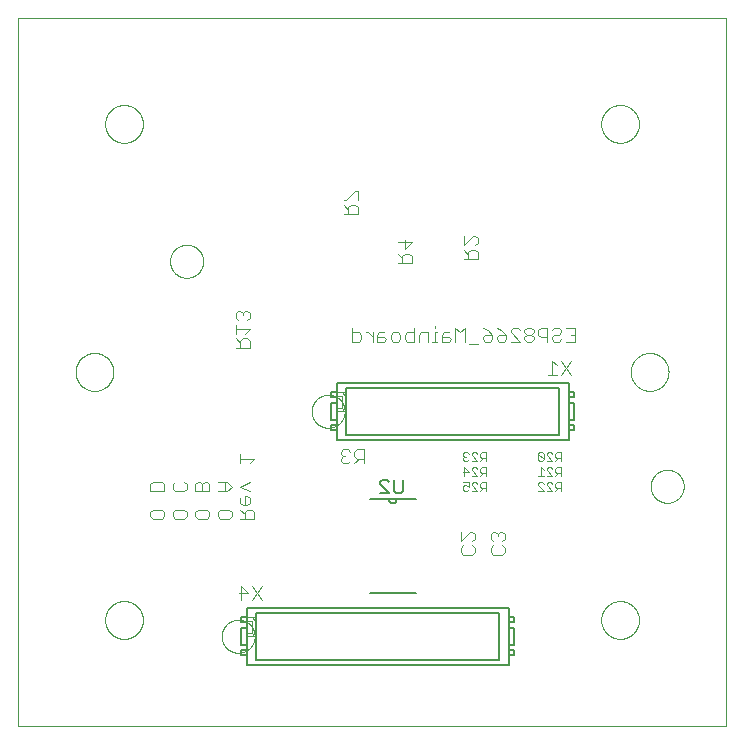
<source format=gbo>
G75*
%MOIN*%
%OFA0B0*%
%FSLAX25Y25*%
%IPPOS*%
%LPD*%
%AMOC8*
5,1,8,0,0,1.08239X$1,22.5*
%
%ADD10C,0.00000*%
%ADD11C,0.00400*%
%ADD12C,0.00800*%
%ADD13C,0.00600*%
%ADD14C,0.00500*%
%ADD15C,0.00300*%
D10*
X0001000Y0001000D02*
X0001000Y0237220D01*
X0237220Y0237220D01*
X0237220Y0001000D01*
X0001000Y0001000D01*
X0030134Y0036433D02*
X0030136Y0036591D01*
X0030142Y0036749D01*
X0030152Y0036907D01*
X0030166Y0037065D01*
X0030184Y0037222D01*
X0030205Y0037379D01*
X0030231Y0037535D01*
X0030261Y0037691D01*
X0030294Y0037846D01*
X0030332Y0037999D01*
X0030373Y0038152D01*
X0030418Y0038304D01*
X0030467Y0038455D01*
X0030520Y0038604D01*
X0030576Y0038752D01*
X0030636Y0038898D01*
X0030700Y0039043D01*
X0030768Y0039186D01*
X0030839Y0039328D01*
X0030913Y0039468D01*
X0030991Y0039605D01*
X0031073Y0039741D01*
X0031157Y0039875D01*
X0031246Y0040006D01*
X0031337Y0040135D01*
X0031432Y0040262D01*
X0031529Y0040387D01*
X0031630Y0040509D01*
X0031734Y0040628D01*
X0031841Y0040745D01*
X0031951Y0040859D01*
X0032064Y0040970D01*
X0032179Y0041079D01*
X0032297Y0041184D01*
X0032418Y0041286D01*
X0032541Y0041386D01*
X0032667Y0041482D01*
X0032795Y0041575D01*
X0032925Y0041665D01*
X0033058Y0041751D01*
X0033193Y0041835D01*
X0033329Y0041914D01*
X0033468Y0041991D01*
X0033609Y0042063D01*
X0033751Y0042133D01*
X0033895Y0042198D01*
X0034041Y0042260D01*
X0034188Y0042318D01*
X0034337Y0042373D01*
X0034487Y0042424D01*
X0034638Y0042471D01*
X0034790Y0042514D01*
X0034943Y0042553D01*
X0035098Y0042589D01*
X0035253Y0042620D01*
X0035409Y0042648D01*
X0035565Y0042672D01*
X0035722Y0042692D01*
X0035880Y0042708D01*
X0036037Y0042720D01*
X0036196Y0042728D01*
X0036354Y0042732D01*
X0036512Y0042732D01*
X0036670Y0042728D01*
X0036829Y0042720D01*
X0036986Y0042708D01*
X0037144Y0042692D01*
X0037301Y0042672D01*
X0037457Y0042648D01*
X0037613Y0042620D01*
X0037768Y0042589D01*
X0037923Y0042553D01*
X0038076Y0042514D01*
X0038228Y0042471D01*
X0038379Y0042424D01*
X0038529Y0042373D01*
X0038678Y0042318D01*
X0038825Y0042260D01*
X0038971Y0042198D01*
X0039115Y0042133D01*
X0039257Y0042063D01*
X0039398Y0041991D01*
X0039537Y0041914D01*
X0039673Y0041835D01*
X0039808Y0041751D01*
X0039941Y0041665D01*
X0040071Y0041575D01*
X0040199Y0041482D01*
X0040325Y0041386D01*
X0040448Y0041286D01*
X0040569Y0041184D01*
X0040687Y0041079D01*
X0040802Y0040970D01*
X0040915Y0040859D01*
X0041025Y0040745D01*
X0041132Y0040628D01*
X0041236Y0040509D01*
X0041337Y0040387D01*
X0041434Y0040262D01*
X0041529Y0040135D01*
X0041620Y0040006D01*
X0041709Y0039875D01*
X0041793Y0039741D01*
X0041875Y0039605D01*
X0041953Y0039468D01*
X0042027Y0039328D01*
X0042098Y0039186D01*
X0042166Y0039043D01*
X0042230Y0038898D01*
X0042290Y0038752D01*
X0042346Y0038604D01*
X0042399Y0038455D01*
X0042448Y0038304D01*
X0042493Y0038152D01*
X0042534Y0037999D01*
X0042572Y0037846D01*
X0042605Y0037691D01*
X0042635Y0037535D01*
X0042661Y0037379D01*
X0042682Y0037222D01*
X0042700Y0037065D01*
X0042714Y0036907D01*
X0042724Y0036749D01*
X0042730Y0036591D01*
X0042732Y0036433D01*
X0042730Y0036275D01*
X0042724Y0036117D01*
X0042714Y0035959D01*
X0042700Y0035801D01*
X0042682Y0035644D01*
X0042661Y0035487D01*
X0042635Y0035331D01*
X0042605Y0035175D01*
X0042572Y0035020D01*
X0042534Y0034867D01*
X0042493Y0034714D01*
X0042448Y0034562D01*
X0042399Y0034411D01*
X0042346Y0034262D01*
X0042290Y0034114D01*
X0042230Y0033968D01*
X0042166Y0033823D01*
X0042098Y0033680D01*
X0042027Y0033538D01*
X0041953Y0033398D01*
X0041875Y0033261D01*
X0041793Y0033125D01*
X0041709Y0032991D01*
X0041620Y0032860D01*
X0041529Y0032731D01*
X0041434Y0032604D01*
X0041337Y0032479D01*
X0041236Y0032357D01*
X0041132Y0032238D01*
X0041025Y0032121D01*
X0040915Y0032007D01*
X0040802Y0031896D01*
X0040687Y0031787D01*
X0040569Y0031682D01*
X0040448Y0031580D01*
X0040325Y0031480D01*
X0040199Y0031384D01*
X0040071Y0031291D01*
X0039941Y0031201D01*
X0039808Y0031115D01*
X0039673Y0031031D01*
X0039537Y0030952D01*
X0039398Y0030875D01*
X0039257Y0030803D01*
X0039115Y0030733D01*
X0038971Y0030668D01*
X0038825Y0030606D01*
X0038678Y0030548D01*
X0038529Y0030493D01*
X0038379Y0030442D01*
X0038228Y0030395D01*
X0038076Y0030352D01*
X0037923Y0030313D01*
X0037768Y0030277D01*
X0037613Y0030246D01*
X0037457Y0030218D01*
X0037301Y0030194D01*
X0037144Y0030174D01*
X0036986Y0030158D01*
X0036829Y0030146D01*
X0036670Y0030138D01*
X0036512Y0030134D01*
X0036354Y0030134D01*
X0036196Y0030138D01*
X0036037Y0030146D01*
X0035880Y0030158D01*
X0035722Y0030174D01*
X0035565Y0030194D01*
X0035409Y0030218D01*
X0035253Y0030246D01*
X0035098Y0030277D01*
X0034943Y0030313D01*
X0034790Y0030352D01*
X0034638Y0030395D01*
X0034487Y0030442D01*
X0034337Y0030493D01*
X0034188Y0030548D01*
X0034041Y0030606D01*
X0033895Y0030668D01*
X0033751Y0030733D01*
X0033609Y0030803D01*
X0033468Y0030875D01*
X0033329Y0030952D01*
X0033193Y0031031D01*
X0033058Y0031115D01*
X0032925Y0031201D01*
X0032795Y0031291D01*
X0032667Y0031384D01*
X0032541Y0031480D01*
X0032418Y0031580D01*
X0032297Y0031682D01*
X0032179Y0031787D01*
X0032064Y0031896D01*
X0031951Y0032007D01*
X0031841Y0032121D01*
X0031734Y0032238D01*
X0031630Y0032357D01*
X0031529Y0032479D01*
X0031432Y0032604D01*
X0031337Y0032731D01*
X0031246Y0032860D01*
X0031157Y0032991D01*
X0031073Y0033125D01*
X0030991Y0033261D01*
X0030913Y0033398D01*
X0030839Y0033538D01*
X0030768Y0033680D01*
X0030700Y0033823D01*
X0030636Y0033968D01*
X0030576Y0034114D01*
X0030520Y0034262D01*
X0030467Y0034411D01*
X0030418Y0034562D01*
X0030373Y0034714D01*
X0030332Y0034867D01*
X0030294Y0035020D01*
X0030261Y0035175D01*
X0030231Y0035331D01*
X0030205Y0035487D01*
X0030184Y0035644D01*
X0030166Y0035801D01*
X0030152Y0035959D01*
X0030142Y0036117D01*
X0030136Y0036275D01*
X0030134Y0036433D01*
X0068988Y0031000D02*
X0068990Y0031148D01*
X0068996Y0031296D01*
X0069006Y0031444D01*
X0069020Y0031591D01*
X0069038Y0031738D01*
X0069059Y0031884D01*
X0069085Y0032030D01*
X0069115Y0032175D01*
X0069148Y0032319D01*
X0069186Y0032462D01*
X0069227Y0032604D01*
X0069272Y0032745D01*
X0069320Y0032885D01*
X0069373Y0033024D01*
X0069429Y0033161D01*
X0069489Y0033296D01*
X0069552Y0033430D01*
X0069619Y0033562D01*
X0069690Y0033692D01*
X0069764Y0033820D01*
X0069841Y0033946D01*
X0069922Y0034070D01*
X0070006Y0034192D01*
X0070093Y0034311D01*
X0070184Y0034428D01*
X0070278Y0034543D01*
X0070374Y0034655D01*
X0070474Y0034765D01*
X0070576Y0034871D01*
X0070682Y0034975D01*
X0070790Y0035076D01*
X0070901Y0035174D01*
X0071014Y0035270D01*
X0071130Y0035362D01*
X0071248Y0035451D01*
X0071369Y0035536D01*
X0071492Y0035619D01*
X0071617Y0035698D01*
X0071744Y0035774D01*
X0071873Y0035846D01*
X0072004Y0035915D01*
X0072137Y0035980D01*
X0072272Y0036041D01*
X0072408Y0036099D01*
X0072545Y0036154D01*
X0072684Y0036204D01*
X0072825Y0036251D01*
X0072966Y0036294D01*
X0073109Y0036334D01*
X0073253Y0036369D01*
X0073397Y0036401D01*
X0073543Y0036428D01*
X0073689Y0036452D01*
X0073836Y0036472D01*
X0073983Y0036488D01*
X0074130Y0036500D01*
X0074278Y0036508D01*
X0074426Y0036512D01*
X0074574Y0036512D01*
X0074722Y0036508D01*
X0074870Y0036500D01*
X0075017Y0036488D01*
X0075164Y0036472D01*
X0075311Y0036452D01*
X0075457Y0036428D01*
X0075603Y0036401D01*
X0075747Y0036369D01*
X0075891Y0036334D01*
X0076034Y0036294D01*
X0076175Y0036251D01*
X0076316Y0036204D01*
X0076455Y0036154D01*
X0076592Y0036099D01*
X0076728Y0036041D01*
X0076863Y0035980D01*
X0076996Y0035915D01*
X0077127Y0035846D01*
X0077256Y0035774D01*
X0077383Y0035698D01*
X0077508Y0035619D01*
X0077631Y0035536D01*
X0077752Y0035451D01*
X0077870Y0035362D01*
X0077986Y0035270D01*
X0078099Y0035174D01*
X0078210Y0035076D01*
X0078318Y0034975D01*
X0078424Y0034871D01*
X0078526Y0034765D01*
X0078626Y0034655D01*
X0078722Y0034543D01*
X0078816Y0034428D01*
X0078907Y0034311D01*
X0078994Y0034192D01*
X0079078Y0034070D01*
X0079159Y0033946D01*
X0079236Y0033820D01*
X0079310Y0033692D01*
X0079381Y0033562D01*
X0079448Y0033430D01*
X0079511Y0033296D01*
X0079571Y0033161D01*
X0079627Y0033024D01*
X0079680Y0032885D01*
X0079728Y0032745D01*
X0079773Y0032604D01*
X0079814Y0032462D01*
X0079852Y0032319D01*
X0079885Y0032175D01*
X0079915Y0032030D01*
X0079941Y0031884D01*
X0079962Y0031738D01*
X0079980Y0031591D01*
X0079994Y0031444D01*
X0080004Y0031296D01*
X0080010Y0031148D01*
X0080012Y0031000D01*
X0080010Y0030852D01*
X0080004Y0030704D01*
X0079994Y0030556D01*
X0079980Y0030409D01*
X0079962Y0030262D01*
X0079941Y0030116D01*
X0079915Y0029970D01*
X0079885Y0029825D01*
X0079852Y0029681D01*
X0079814Y0029538D01*
X0079773Y0029396D01*
X0079728Y0029255D01*
X0079680Y0029115D01*
X0079627Y0028976D01*
X0079571Y0028839D01*
X0079511Y0028704D01*
X0079448Y0028570D01*
X0079381Y0028438D01*
X0079310Y0028308D01*
X0079236Y0028180D01*
X0079159Y0028054D01*
X0079078Y0027930D01*
X0078994Y0027808D01*
X0078907Y0027689D01*
X0078816Y0027572D01*
X0078722Y0027457D01*
X0078626Y0027345D01*
X0078526Y0027235D01*
X0078424Y0027129D01*
X0078318Y0027025D01*
X0078210Y0026924D01*
X0078099Y0026826D01*
X0077986Y0026730D01*
X0077870Y0026638D01*
X0077752Y0026549D01*
X0077631Y0026464D01*
X0077508Y0026381D01*
X0077383Y0026302D01*
X0077256Y0026226D01*
X0077127Y0026154D01*
X0076996Y0026085D01*
X0076863Y0026020D01*
X0076728Y0025959D01*
X0076592Y0025901D01*
X0076455Y0025846D01*
X0076316Y0025796D01*
X0076175Y0025749D01*
X0076034Y0025706D01*
X0075891Y0025666D01*
X0075747Y0025631D01*
X0075603Y0025599D01*
X0075457Y0025572D01*
X0075311Y0025548D01*
X0075164Y0025528D01*
X0075017Y0025512D01*
X0074870Y0025500D01*
X0074722Y0025492D01*
X0074574Y0025488D01*
X0074426Y0025488D01*
X0074278Y0025492D01*
X0074130Y0025500D01*
X0073983Y0025512D01*
X0073836Y0025528D01*
X0073689Y0025548D01*
X0073543Y0025572D01*
X0073397Y0025599D01*
X0073253Y0025631D01*
X0073109Y0025666D01*
X0072966Y0025706D01*
X0072825Y0025749D01*
X0072684Y0025796D01*
X0072545Y0025846D01*
X0072408Y0025901D01*
X0072272Y0025959D01*
X0072137Y0026020D01*
X0072004Y0026085D01*
X0071873Y0026154D01*
X0071744Y0026226D01*
X0071617Y0026302D01*
X0071492Y0026381D01*
X0071369Y0026464D01*
X0071248Y0026549D01*
X0071130Y0026638D01*
X0071014Y0026730D01*
X0070901Y0026826D01*
X0070790Y0026924D01*
X0070682Y0027025D01*
X0070576Y0027129D01*
X0070474Y0027235D01*
X0070374Y0027345D01*
X0070278Y0027457D01*
X0070184Y0027572D01*
X0070093Y0027689D01*
X0070006Y0027808D01*
X0069922Y0027930D01*
X0069841Y0028054D01*
X0069764Y0028180D01*
X0069690Y0028308D01*
X0069619Y0028438D01*
X0069552Y0028570D01*
X0069489Y0028704D01*
X0069429Y0028839D01*
X0069373Y0028976D01*
X0069320Y0029115D01*
X0069272Y0029255D01*
X0069227Y0029396D01*
X0069186Y0029538D01*
X0069148Y0029681D01*
X0069115Y0029825D01*
X0069085Y0029970D01*
X0069059Y0030116D01*
X0069038Y0030262D01*
X0069020Y0030409D01*
X0069006Y0030556D01*
X0068996Y0030704D01*
X0068990Y0030852D01*
X0068988Y0031000D01*
X0098988Y0106000D02*
X0098990Y0106148D01*
X0098996Y0106296D01*
X0099006Y0106444D01*
X0099020Y0106591D01*
X0099038Y0106738D01*
X0099059Y0106884D01*
X0099085Y0107030D01*
X0099115Y0107175D01*
X0099148Y0107319D01*
X0099186Y0107462D01*
X0099227Y0107604D01*
X0099272Y0107745D01*
X0099320Y0107885D01*
X0099373Y0108024D01*
X0099429Y0108161D01*
X0099489Y0108296D01*
X0099552Y0108430D01*
X0099619Y0108562D01*
X0099690Y0108692D01*
X0099764Y0108820D01*
X0099841Y0108946D01*
X0099922Y0109070D01*
X0100006Y0109192D01*
X0100093Y0109311D01*
X0100184Y0109428D01*
X0100278Y0109543D01*
X0100374Y0109655D01*
X0100474Y0109765D01*
X0100576Y0109871D01*
X0100682Y0109975D01*
X0100790Y0110076D01*
X0100901Y0110174D01*
X0101014Y0110270D01*
X0101130Y0110362D01*
X0101248Y0110451D01*
X0101369Y0110536D01*
X0101492Y0110619D01*
X0101617Y0110698D01*
X0101744Y0110774D01*
X0101873Y0110846D01*
X0102004Y0110915D01*
X0102137Y0110980D01*
X0102272Y0111041D01*
X0102408Y0111099D01*
X0102545Y0111154D01*
X0102684Y0111204D01*
X0102825Y0111251D01*
X0102966Y0111294D01*
X0103109Y0111334D01*
X0103253Y0111369D01*
X0103397Y0111401D01*
X0103543Y0111428D01*
X0103689Y0111452D01*
X0103836Y0111472D01*
X0103983Y0111488D01*
X0104130Y0111500D01*
X0104278Y0111508D01*
X0104426Y0111512D01*
X0104574Y0111512D01*
X0104722Y0111508D01*
X0104870Y0111500D01*
X0105017Y0111488D01*
X0105164Y0111472D01*
X0105311Y0111452D01*
X0105457Y0111428D01*
X0105603Y0111401D01*
X0105747Y0111369D01*
X0105891Y0111334D01*
X0106034Y0111294D01*
X0106175Y0111251D01*
X0106316Y0111204D01*
X0106455Y0111154D01*
X0106592Y0111099D01*
X0106728Y0111041D01*
X0106863Y0110980D01*
X0106996Y0110915D01*
X0107127Y0110846D01*
X0107256Y0110774D01*
X0107383Y0110698D01*
X0107508Y0110619D01*
X0107631Y0110536D01*
X0107752Y0110451D01*
X0107870Y0110362D01*
X0107986Y0110270D01*
X0108099Y0110174D01*
X0108210Y0110076D01*
X0108318Y0109975D01*
X0108424Y0109871D01*
X0108526Y0109765D01*
X0108626Y0109655D01*
X0108722Y0109543D01*
X0108816Y0109428D01*
X0108907Y0109311D01*
X0108994Y0109192D01*
X0109078Y0109070D01*
X0109159Y0108946D01*
X0109236Y0108820D01*
X0109310Y0108692D01*
X0109381Y0108562D01*
X0109448Y0108430D01*
X0109511Y0108296D01*
X0109571Y0108161D01*
X0109627Y0108024D01*
X0109680Y0107885D01*
X0109728Y0107745D01*
X0109773Y0107604D01*
X0109814Y0107462D01*
X0109852Y0107319D01*
X0109885Y0107175D01*
X0109915Y0107030D01*
X0109941Y0106884D01*
X0109962Y0106738D01*
X0109980Y0106591D01*
X0109994Y0106444D01*
X0110004Y0106296D01*
X0110010Y0106148D01*
X0110012Y0106000D01*
X0110010Y0105852D01*
X0110004Y0105704D01*
X0109994Y0105556D01*
X0109980Y0105409D01*
X0109962Y0105262D01*
X0109941Y0105116D01*
X0109915Y0104970D01*
X0109885Y0104825D01*
X0109852Y0104681D01*
X0109814Y0104538D01*
X0109773Y0104396D01*
X0109728Y0104255D01*
X0109680Y0104115D01*
X0109627Y0103976D01*
X0109571Y0103839D01*
X0109511Y0103704D01*
X0109448Y0103570D01*
X0109381Y0103438D01*
X0109310Y0103308D01*
X0109236Y0103180D01*
X0109159Y0103054D01*
X0109078Y0102930D01*
X0108994Y0102808D01*
X0108907Y0102689D01*
X0108816Y0102572D01*
X0108722Y0102457D01*
X0108626Y0102345D01*
X0108526Y0102235D01*
X0108424Y0102129D01*
X0108318Y0102025D01*
X0108210Y0101924D01*
X0108099Y0101826D01*
X0107986Y0101730D01*
X0107870Y0101638D01*
X0107752Y0101549D01*
X0107631Y0101464D01*
X0107508Y0101381D01*
X0107383Y0101302D01*
X0107256Y0101226D01*
X0107127Y0101154D01*
X0106996Y0101085D01*
X0106863Y0101020D01*
X0106728Y0100959D01*
X0106592Y0100901D01*
X0106455Y0100846D01*
X0106316Y0100796D01*
X0106175Y0100749D01*
X0106034Y0100706D01*
X0105891Y0100666D01*
X0105747Y0100631D01*
X0105603Y0100599D01*
X0105457Y0100572D01*
X0105311Y0100548D01*
X0105164Y0100528D01*
X0105017Y0100512D01*
X0104870Y0100500D01*
X0104722Y0100492D01*
X0104574Y0100488D01*
X0104426Y0100488D01*
X0104278Y0100492D01*
X0104130Y0100500D01*
X0103983Y0100512D01*
X0103836Y0100528D01*
X0103689Y0100548D01*
X0103543Y0100572D01*
X0103397Y0100599D01*
X0103253Y0100631D01*
X0103109Y0100666D01*
X0102966Y0100706D01*
X0102825Y0100749D01*
X0102684Y0100796D01*
X0102545Y0100846D01*
X0102408Y0100901D01*
X0102272Y0100959D01*
X0102137Y0101020D01*
X0102004Y0101085D01*
X0101873Y0101154D01*
X0101744Y0101226D01*
X0101617Y0101302D01*
X0101492Y0101381D01*
X0101369Y0101464D01*
X0101248Y0101549D01*
X0101130Y0101638D01*
X0101014Y0101730D01*
X0100901Y0101826D01*
X0100790Y0101924D01*
X0100682Y0102025D01*
X0100576Y0102129D01*
X0100474Y0102235D01*
X0100374Y0102345D01*
X0100278Y0102457D01*
X0100184Y0102572D01*
X0100093Y0102689D01*
X0100006Y0102808D01*
X0099922Y0102930D01*
X0099841Y0103054D01*
X0099764Y0103180D01*
X0099690Y0103308D01*
X0099619Y0103438D01*
X0099552Y0103570D01*
X0099489Y0103704D01*
X0099429Y0103839D01*
X0099373Y0103976D01*
X0099320Y0104115D01*
X0099272Y0104255D01*
X0099227Y0104396D01*
X0099186Y0104538D01*
X0099148Y0104681D01*
X0099115Y0104825D01*
X0099085Y0104970D01*
X0099059Y0105116D01*
X0099038Y0105262D01*
X0099020Y0105409D01*
X0099006Y0105556D01*
X0098996Y0105704D01*
X0098990Y0105852D01*
X0098988Y0106000D01*
X0051788Y0156000D02*
X0051790Y0156148D01*
X0051796Y0156296D01*
X0051806Y0156444D01*
X0051820Y0156591D01*
X0051838Y0156738D01*
X0051859Y0156884D01*
X0051885Y0157030D01*
X0051915Y0157175D01*
X0051948Y0157319D01*
X0051986Y0157462D01*
X0052027Y0157604D01*
X0052072Y0157745D01*
X0052120Y0157885D01*
X0052173Y0158024D01*
X0052229Y0158161D01*
X0052289Y0158296D01*
X0052352Y0158430D01*
X0052419Y0158562D01*
X0052490Y0158692D01*
X0052564Y0158820D01*
X0052641Y0158946D01*
X0052722Y0159070D01*
X0052806Y0159192D01*
X0052893Y0159311D01*
X0052984Y0159428D01*
X0053078Y0159543D01*
X0053174Y0159655D01*
X0053274Y0159765D01*
X0053376Y0159871D01*
X0053482Y0159975D01*
X0053590Y0160076D01*
X0053701Y0160174D01*
X0053814Y0160270D01*
X0053930Y0160362D01*
X0054048Y0160451D01*
X0054169Y0160536D01*
X0054292Y0160619D01*
X0054417Y0160698D01*
X0054544Y0160774D01*
X0054673Y0160846D01*
X0054804Y0160915D01*
X0054937Y0160980D01*
X0055072Y0161041D01*
X0055208Y0161099D01*
X0055345Y0161154D01*
X0055484Y0161204D01*
X0055625Y0161251D01*
X0055766Y0161294D01*
X0055909Y0161334D01*
X0056053Y0161369D01*
X0056197Y0161401D01*
X0056343Y0161428D01*
X0056489Y0161452D01*
X0056636Y0161472D01*
X0056783Y0161488D01*
X0056930Y0161500D01*
X0057078Y0161508D01*
X0057226Y0161512D01*
X0057374Y0161512D01*
X0057522Y0161508D01*
X0057670Y0161500D01*
X0057817Y0161488D01*
X0057964Y0161472D01*
X0058111Y0161452D01*
X0058257Y0161428D01*
X0058403Y0161401D01*
X0058547Y0161369D01*
X0058691Y0161334D01*
X0058834Y0161294D01*
X0058975Y0161251D01*
X0059116Y0161204D01*
X0059255Y0161154D01*
X0059392Y0161099D01*
X0059528Y0161041D01*
X0059663Y0160980D01*
X0059796Y0160915D01*
X0059927Y0160846D01*
X0060056Y0160774D01*
X0060183Y0160698D01*
X0060308Y0160619D01*
X0060431Y0160536D01*
X0060552Y0160451D01*
X0060670Y0160362D01*
X0060786Y0160270D01*
X0060899Y0160174D01*
X0061010Y0160076D01*
X0061118Y0159975D01*
X0061224Y0159871D01*
X0061326Y0159765D01*
X0061426Y0159655D01*
X0061522Y0159543D01*
X0061616Y0159428D01*
X0061707Y0159311D01*
X0061794Y0159192D01*
X0061878Y0159070D01*
X0061959Y0158946D01*
X0062036Y0158820D01*
X0062110Y0158692D01*
X0062181Y0158562D01*
X0062248Y0158430D01*
X0062311Y0158296D01*
X0062371Y0158161D01*
X0062427Y0158024D01*
X0062480Y0157885D01*
X0062528Y0157745D01*
X0062573Y0157604D01*
X0062614Y0157462D01*
X0062652Y0157319D01*
X0062685Y0157175D01*
X0062715Y0157030D01*
X0062741Y0156884D01*
X0062762Y0156738D01*
X0062780Y0156591D01*
X0062794Y0156444D01*
X0062804Y0156296D01*
X0062810Y0156148D01*
X0062812Y0156000D01*
X0062810Y0155852D01*
X0062804Y0155704D01*
X0062794Y0155556D01*
X0062780Y0155409D01*
X0062762Y0155262D01*
X0062741Y0155116D01*
X0062715Y0154970D01*
X0062685Y0154825D01*
X0062652Y0154681D01*
X0062614Y0154538D01*
X0062573Y0154396D01*
X0062528Y0154255D01*
X0062480Y0154115D01*
X0062427Y0153976D01*
X0062371Y0153839D01*
X0062311Y0153704D01*
X0062248Y0153570D01*
X0062181Y0153438D01*
X0062110Y0153308D01*
X0062036Y0153180D01*
X0061959Y0153054D01*
X0061878Y0152930D01*
X0061794Y0152808D01*
X0061707Y0152689D01*
X0061616Y0152572D01*
X0061522Y0152457D01*
X0061426Y0152345D01*
X0061326Y0152235D01*
X0061224Y0152129D01*
X0061118Y0152025D01*
X0061010Y0151924D01*
X0060899Y0151826D01*
X0060786Y0151730D01*
X0060670Y0151638D01*
X0060552Y0151549D01*
X0060431Y0151464D01*
X0060308Y0151381D01*
X0060183Y0151302D01*
X0060056Y0151226D01*
X0059927Y0151154D01*
X0059796Y0151085D01*
X0059663Y0151020D01*
X0059528Y0150959D01*
X0059392Y0150901D01*
X0059255Y0150846D01*
X0059116Y0150796D01*
X0058975Y0150749D01*
X0058834Y0150706D01*
X0058691Y0150666D01*
X0058547Y0150631D01*
X0058403Y0150599D01*
X0058257Y0150572D01*
X0058111Y0150548D01*
X0057964Y0150528D01*
X0057817Y0150512D01*
X0057670Y0150500D01*
X0057522Y0150492D01*
X0057374Y0150488D01*
X0057226Y0150488D01*
X0057078Y0150492D01*
X0056930Y0150500D01*
X0056783Y0150512D01*
X0056636Y0150528D01*
X0056489Y0150548D01*
X0056343Y0150572D01*
X0056197Y0150599D01*
X0056053Y0150631D01*
X0055909Y0150666D01*
X0055766Y0150706D01*
X0055625Y0150749D01*
X0055484Y0150796D01*
X0055345Y0150846D01*
X0055208Y0150901D01*
X0055072Y0150959D01*
X0054937Y0151020D01*
X0054804Y0151085D01*
X0054673Y0151154D01*
X0054544Y0151226D01*
X0054417Y0151302D01*
X0054292Y0151381D01*
X0054169Y0151464D01*
X0054048Y0151549D01*
X0053930Y0151638D01*
X0053814Y0151730D01*
X0053701Y0151826D01*
X0053590Y0151924D01*
X0053482Y0152025D01*
X0053376Y0152129D01*
X0053274Y0152235D01*
X0053174Y0152345D01*
X0053078Y0152457D01*
X0052984Y0152572D01*
X0052893Y0152689D01*
X0052806Y0152808D01*
X0052722Y0152930D01*
X0052641Y0153054D01*
X0052564Y0153180D01*
X0052490Y0153308D01*
X0052419Y0153438D01*
X0052352Y0153570D01*
X0052289Y0153704D01*
X0052229Y0153839D01*
X0052173Y0153976D01*
X0052120Y0154115D01*
X0052072Y0154255D01*
X0052027Y0154396D01*
X0051986Y0154538D01*
X0051948Y0154681D01*
X0051915Y0154825D01*
X0051885Y0154970D01*
X0051859Y0155116D01*
X0051838Y0155262D01*
X0051820Y0155409D01*
X0051806Y0155556D01*
X0051796Y0155704D01*
X0051790Y0155852D01*
X0051788Y0156000D01*
X0020292Y0119110D02*
X0020294Y0119268D01*
X0020300Y0119426D01*
X0020310Y0119584D01*
X0020324Y0119742D01*
X0020342Y0119899D01*
X0020363Y0120056D01*
X0020389Y0120212D01*
X0020419Y0120368D01*
X0020452Y0120523D01*
X0020490Y0120676D01*
X0020531Y0120829D01*
X0020576Y0120981D01*
X0020625Y0121132D01*
X0020678Y0121281D01*
X0020734Y0121429D01*
X0020794Y0121575D01*
X0020858Y0121720D01*
X0020926Y0121863D01*
X0020997Y0122005D01*
X0021071Y0122145D01*
X0021149Y0122282D01*
X0021231Y0122418D01*
X0021315Y0122552D01*
X0021404Y0122683D01*
X0021495Y0122812D01*
X0021590Y0122939D01*
X0021687Y0123064D01*
X0021788Y0123186D01*
X0021892Y0123305D01*
X0021999Y0123422D01*
X0022109Y0123536D01*
X0022222Y0123647D01*
X0022337Y0123756D01*
X0022455Y0123861D01*
X0022576Y0123963D01*
X0022699Y0124063D01*
X0022825Y0124159D01*
X0022953Y0124252D01*
X0023083Y0124342D01*
X0023216Y0124428D01*
X0023351Y0124512D01*
X0023487Y0124591D01*
X0023626Y0124668D01*
X0023767Y0124740D01*
X0023909Y0124810D01*
X0024053Y0124875D01*
X0024199Y0124937D01*
X0024346Y0124995D01*
X0024495Y0125050D01*
X0024645Y0125101D01*
X0024796Y0125148D01*
X0024948Y0125191D01*
X0025101Y0125230D01*
X0025256Y0125266D01*
X0025411Y0125297D01*
X0025567Y0125325D01*
X0025723Y0125349D01*
X0025880Y0125369D01*
X0026038Y0125385D01*
X0026195Y0125397D01*
X0026354Y0125405D01*
X0026512Y0125409D01*
X0026670Y0125409D01*
X0026828Y0125405D01*
X0026987Y0125397D01*
X0027144Y0125385D01*
X0027302Y0125369D01*
X0027459Y0125349D01*
X0027615Y0125325D01*
X0027771Y0125297D01*
X0027926Y0125266D01*
X0028081Y0125230D01*
X0028234Y0125191D01*
X0028386Y0125148D01*
X0028537Y0125101D01*
X0028687Y0125050D01*
X0028836Y0124995D01*
X0028983Y0124937D01*
X0029129Y0124875D01*
X0029273Y0124810D01*
X0029415Y0124740D01*
X0029556Y0124668D01*
X0029695Y0124591D01*
X0029831Y0124512D01*
X0029966Y0124428D01*
X0030099Y0124342D01*
X0030229Y0124252D01*
X0030357Y0124159D01*
X0030483Y0124063D01*
X0030606Y0123963D01*
X0030727Y0123861D01*
X0030845Y0123756D01*
X0030960Y0123647D01*
X0031073Y0123536D01*
X0031183Y0123422D01*
X0031290Y0123305D01*
X0031394Y0123186D01*
X0031495Y0123064D01*
X0031592Y0122939D01*
X0031687Y0122812D01*
X0031778Y0122683D01*
X0031867Y0122552D01*
X0031951Y0122418D01*
X0032033Y0122282D01*
X0032111Y0122145D01*
X0032185Y0122005D01*
X0032256Y0121863D01*
X0032324Y0121720D01*
X0032388Y0121575D01*
X0032448Y0121429D01*
X0032504Y0121281D01*
X0032557Y0121132D01*
X0032606Y0120981D01*
X0032651Y0120829D01*
X0032692Y0120676D01*
X0032730Y0120523D01*
X0032763Y0120368D01*
X0032793Y0120212D01*
X0032819Y0120056D01*
X0032840Y0119899D01*
X0032858Y0119742D01*
X0032872Y0119584D01*
X0032882Y0119426D01*
X0032888Y0119268D01*
X0032890Y0119110D01*
X0032888Y0118952D01*
X0032882Y0118794D01*
X0032872Y0118636D01*
X0032858Y0118478D01*
X0032840Y0118321D01*
X0032819Y0118164D01*
X0032793Y0118008D01*
X0032763Y0117852D01*
X0032730Y0117697D01*
X0032692Y0117544D01*
X0032651Y0117391D01*
X0032606Y0117239D01*
X0032557Y0117088D01*
X0032504Y0116939D01*
X0032448Y0116791D01*
X0032388Y0116645D01*
X0032324Y0116500D01*
X0032256Y0116357D01*
X0032185Y0116215D01*
X0032111Y0116075D01*
X0032033Y0115938D01*
X0031951Y0115802D01*
X0031867Y0115668D01*
X0031778Y0115537D01*
X0031687Y0115408D01*
X0031592Y0115281D01*
X0031495Y0115156D01*
X0031394Y0115034D01*
X0031290Y0114915D01*
X0031183Y0114798D01*
X0031073Y0114684D01*
X0030960Y0114573D01*
X0030845Y0114464D01*
X0030727Y0114359D01*
X0030606Y0114257D01*
X0030483Y0114157D01*
X0030357Y0114061D01*
X0030229Y0113968D01*
X0030099Y0113878D01*
X0029966Y0113792D01*
X0029831Y0113708D01*
X0029695Y0113629D01*
X0029556Y0113552D01*
X0029415Y0113480D01*
X0029273Y0113410D01*
X0029129Y0113345D01*
X0028983Y0113283D01*
X0028836Y0113225D01*
X0028687Y0113170D01*
X0028537Y0113119D01*
X0028386Y0113072D01*
X0028234Y0113029D01*
X0028081Y0112990D01*
X0027926Y0112954D01*
X0027771Y0112923D01*
X0027615Y0112895D01*
X0027459Y0112871D01*
X0027302Y0112851D01*
X0027144Y0112835D01*
X0026987Y0112823D01*
X0026828Y0112815D01*
X0026670Y0112811D01*
X0026512Y0112811D01*
X0026354Y0112815D01*
X0026195Y0112823D01*
X0026038Y0112835D01*
X0025880Y0112851D01*
X0025723Y0112871D01*
X0025567Y0112895D01*
X0025411Y0112923D01*
X0025256Y0112954D01*
X0025101Y0112990D01*
X0024948Y0113029D01*
X0024796Y0113072D01*
X0024645Y0113119D01*
X0024495Y0113170D01*
X0024346Y0113225D01*
X0024199Y0113283D01*
X0024053Y0113345D01*
X0023909Y0113410D01*
X0023767Y0113480D01*
X0023626Y0113552D01*
X0023487Y0113629D01*
X0023351Y0113708D01*
X0023216Y0113792D01*
X0023083Y0113878D01*
X0022953Y0113968D01*
X0022825Y0114061D01*
X0022699Y0114157D01*
X0022576Y0114257D01*
X0022455Y0114359D01*
X0022337Y0114464D01*
X0022222Y0114573D01*
X0022109Y0114684D01*
X0021999Y0114798D01*
X0021892Y0114915D01*
X0021788Y0115034D01*
X0021687Y0115156D01*
X0021590Y0115281D01*
X0021495Y0115408D01*
X0021404Y0115537D01*
X0021315Y0115668D01*
X0021231Y0115802D01*
X0021149Y0115938D01*
X0021071Y0116075D01*
X0020997Y0116215D01*
X0020926Y0116357D01*
X0020858Y0116500D01*
X0020794Y0116645D01*
X0020734Y0116791D01*
X0020678Y0116939D01*
X0020625Y0117088D01*
X0020576Y0117239D01*
X0020531Y0117391D01*
X0020490Y0117544D01*
X0020452Y0117697D01*
X0020419Y0117852D01*
X0020389Y0118008D01*
X0020363Y0118164D01*
X0020342Y0118321D01*
X0020324Y0118478D01*
X0020310Y0118636D01*
X0020300Y0118794D01*
X0020294Y0118952D01*
X0020292Y0119110D01*
X0030134Y0201787D02*
X0030136Y0201945D01*
X0030142Y0202103D01*
X0030152Y0202261D01*
X0030166Y0202419D01*
X0030184Y0202576D01*
X0030205Y0202733D01*
X0030231Y0202889D01*
X0030261Y0203045D01*
X0030294Y0203200D01*
X0030332Y0203353D01*
X0030373Y0203506D01*
X0030418Y0203658D01*
X0030467Y0203809D01*
X0030520Y0203958D01*
X0030576Y0204106D01*
X0030636Y0204252D01*
X0030700Y0204397D01*
X0030768Y0204540D01*
X0030839Y0204682D01*
X0030913Y0204822D01*
X0030991Y0204959D01*
X0031073Y0205095D01*
X0031157Y0205229D01*
X0031246Y0205360D01*
X0031337Y0205489D01*
X0031432Y0205616D01*
X0031529Y0205741D01*
X0031630Y0205863D01*
X0031734Y0205982D01*
X0031841Y0206099D01*
X0031951Y0206213D01*
X0032064Y0206324D01*
X0032179Y0206433D01*
X0032297Y0206538D01*
X0032418Y0206640D01*
X0032541Y0206740D01*
X0032667Y0206836D01*
X0032795Y0206929D01*
X0032925Y0207019D01*
X0033058Y0207105D01*
X0033193Y0207189D01*
X0033329Y0207268D01*
X0033468Y0207345D01*
X0033609Y0207417D01*
X0033751Y0207487D01*
X0033895Y0207552D01*
X0034041Y0207614D01*
X0034188Y0207672D01*
X0034337Y0207727D01*
X0034487Y0207778D01*
X0034638Y0207825D01*
X0034790Y0207868D01*
X0034943Y0207907D01*
X0035098Y0207943D01*
X0035253Y0207974D01*
X0035409Y0208002D01*
X0035565Y0208026D01*
X0035722Y0208046D01*
X0035880Y0208062D01*
X0036037Y0208074D01*
X0036196Y0208082D01*
X0036354Y0208086D01*
X0036512Y0208086D01*
X0036670Y0208082D01*
X0036829Y0208074D01*
X0036986Y0208062D01*
X0037144Y0208046D01*
X0037301Y0208026D01*
X0037457Y0208002D01*
X0037613Y0207974D01*
X0037768Y0207943D01*
X0037923Y0207907D01*
X0038076Y0207868D01*
X0038228Y0207825D01*
X0038379Y0207778D01*
X0038529Y0207727D01*
X0038678Y0207672D01*
X0038825Y0207614D01*
X0038971Y0207552D01*
X0039115Y0207487D01*
X0039257Y0207417D01*
X0039398Y0207345D01*
X0039537Y0207268D01*
X0039673Y0207189D01*
X0039808Y0207105D01*
X0039941Y0207019D01*
X0040071Y0206929D01*
X0040199Y0206836D01*
X0040325Y0206740D01*
X0040448Y0206640D01*
X0040569Y0206538D01*
X0040687Y0206433D01*
X0040802Y0206324D01*
X0040915Y0206213D01*
X0041025Y0206099D01*
X0041132Y0205982D01*
X0041236Y0205863D01*
X0041337Y0205741D01*
X0041434Y0205616D01*
X0041529Y0205489D01*
X0041620Y0205360D01*
X0041709Y0205229D01*
X0041793Y0205095D01*
X0041875Y0204959D01*
X0041953Y0204822D01*
X0042027Y0204682D01*
X0042098Y0204540D01*
X0042166Y0204397D01*
X0042230Y0204252D01*
X0042290Y0204106D01*
X0042346Y0203958D01*
X0042399Y0203809D01*
X0042448Y0203658D01*
X0042493Y0203506D01*
X0042534Y0203353D01*
X0042572Y0203200D01*
X0042605Y0203045D01*
X0042635Y0202889D01*
X0042661Y0202733D01*
X0042682Y0202576D01*
X0042700Y0202419D01*
X0042714Y0202261D01*
X0042724Y0202103D01*
X0042730Y0201945D01*
X0042732Y0201787D01*
X0042730Y0201629D01*
X0042724Y0201471D01*
X0042714Y0201313D01*
X0042700Y0201155D01*
X0042682Y0200998D01*
X0042661Y0200841D01*
X0042635Y0200685D01*
X0042605Y0200529D01*
X0042572Y0200374D01*
X0042534Y0200221D01*
X0042493Y0200068D01*
X0042448Y0199916D01*
X0042399Y0199765D01*
X0042346Y0199616D01*
X0042290Y0199468D01*
X0042230Y0199322D01*
X0042166Y0199177D01*
X0042098Y0199034D01*
X0042027Y0198892D01*
X0041953Y0198752D01*
X0041875Y0198615D01*
X0041793Y0198479D01*
X0041709Y0198345D01*
X0041620Y0198214D01*
X0041529Y0198085D01*
X0041434Y0197958D01*
X0041337Y0197833D01*
X0041236Y0197711D01*
X0041132Y0197592D01*
X0041025Y0197475D01*
X0040915Y0197361D01*
X0040802Y0197250D01*
X0040687Y0197141D01*
X0040569Y0197036D01*
X0040448Y0196934D01*
X0040325Y0196834D01*
X0040199Y0196738D01*
X0040071Y0196645D01*
X0039941Y0196555D01*
X0039808Y0196469D01*
X0039673Y0196385D01*
X0039537Y0196306D01*
X0039398Y0196229D01*
X0039257Y0196157D01*
X0039115Y0196087D01*
X0038971Y0196022D01*
X0038825Y0195960D01*
X0038678Y0195902D01*
X0038529Y0195847D01*
X0038379Y0195796D01*
X0038228Y0195749D01*
X0038076Y0195706D01*
X0037923Y0195667D01*
X0037768Y0195631D01*
X0037613Y0195600D01*
X0037457Y0195572D01*
X0037301Y0195548D01*
X0037144Y0195528D01*
X0036986Y0195512D01*
X0036829Y0195500D01*
X0036670Y0195492D01*
X0036512Y0195488D01*
X0036354Y0195488D01*
X0036196Y0195492D01*
X0036037Y0195500D01*
X0035880Y0195512D01*
X0035722Y0195528D01*
X0035565Y0195548D01*
X0035409Y0195572D01*
X0035253Y0195600D01*
X0035098Y0195631D01*
X0034943Y0195667D01*
X0034790Y0195706D01*
X0034638Y0195749D01*
X0034487Y0195796D01*
X0034337Y0195847D01*
X0034188Y0195902D01*
X0034041Y0195960D01*
X0033895Y0196022D01*
X0033751Y0196087D01*
X0033609Y0196157D01*
X0033468Y0196229D01*
X0033329Y0196306D01*
X0033193Y0196385D01*
X0033058Y0196469D01*
X0032925Y0196555D01*
X0032795Y0196645D01*
X0032667Y0196738D01*
X0032541Y0196834D01*
X0032418Y0196934D01*
X0032297Y0197036D01*
X0032179Y0197141D01*
X0032064Y0197250D01*
X0031951Y0197361D01*
X0031841Y0197475D01*
X0031734Y0197592D01*
X0031630Y0197711D01*
X0031529Y0197833D01*
X0031432Y0197958D01*
X0031337Y0198085D01*
X0031246Y0198214D01*
X0031157Y0198345D01*
X0031073Y0198479D01*
X0030991Y0198615D01*
X0030913Y0198752D01*
X0030839Y0198892D01*
X0030768Y0199034D01*
X0030700Y0199177D01*
X0030636Y0199322D01*
X0030576Y0199468D01*
X0030520Y0199616D01*
X0030467Y0199765D01*
X0030418Y0199916D01*
X0030373Y0200068D01*
X0030332Y0200221D01*
X0030294Y0200374D01*
X0030261Y0200529D01*
X0030231Y0200685D01*
X0030205Y0200841D01*
X0030184Y0200998D01*
X0030166Y0201155D01*
X0030152Y0201313D01*
X0030142Y0201471D01*
X0030136Y0201629D01*
X0030134Y0201787D01*
X0195488Y0201787D02*
X0195490Y0201945D01*
X0195496Y0202103D01*
X0195506Y0202261D01*
X0195520Y0202419D01*
X0195538Y0202576D01*
X0195559Y0202733D01*
X0195585Y0202889D01*
X0195615Y0203045D01*
X0195648Y0203200D01*
X0195686Y0203353D01*
X0195727Y0203506D01*
X0195772Y0203658D01*
X0195821Y0203809D01*
X0195874Y0203958D01*
X0195930Y0204106D01*
X0195990Y0204252D01*
X0196054Y0204397D01*
X0196122Y0204540D01*
X0196193Y0204682D01*
X0196267Y0204822D01*
X0196345Y0204959D01*
X0196427Y0205095D01*
X0196511Y0205229D01*
X0196600Y0205360D01*
X0196691Y0205489D01*
X0196786Y0205616D01*
X0196883Y0205741D01*
X0196984Y0205863D01*
X0197088Y0205982D01*
X0197195Y0206099D01*
X0197305Y0206213D01*
X0197418Y0206324D01*
X0197533Y0206433D01*
X0197651Y0206538D01*
X0197772Y0206640D01*
X0197895Y0206740D01*
X0198021Y0206836D01*
X0198149Y0206929D01*
X0198279Y0207019D01*
X0198412Y0207105D01*
X0198547Y0207189D01*
X0198683Y0207268D01*
X0198822Y0207345D01*
X0198963Y0207417D01*
X0199105Y0207487D01*
X0199249Y0207552D01*
X0199395Y0207614D01*
X0199542Y0207672D01*
X0199691Y0207727D01*
X0199841Y0207778D01*
X0199992Y0207825D01*
X0200144Y0207868D01*
X0200297Y0207907D01*
X0200452Y0207943D01*
X0200607Y0207974D01*
X0200763Y0208002D01*
X0200919Y0208026D01*
X0201076Y0208046D01*
X0201234Y0208062D01*
X0201391Y0208074D01*
X0201550Y0208082D01*
X0201708Y0208086D01*
X0201866Y0208086D01*
X0202024Y0208082D01*
X0202183Y0208074D01*
X0202340Y0208062D01*
X0202498Y0208046D01*
X0202655Y0208026D01*
X0202811Y0208002D01*
X0202967Y0207974D01*
X0203122Y0207943D01*
X0203277Y0207907D01*
X0203430Y0207868D01*
X0203582Y0207825D01*
X0203733Y0207778D01*
X0203883Y0207727D01*
X0204032Y0207672D01*
X0204179Y0207614D01*
X0204325Y0207552D01*
X0204469Y0207487D01*
X0204611Y0207417D01*
X0204752Y0207345D01*
X0204891Y0207268D01*
X0205027Y0207189D01*
X0205162Y0207105D01*
X0205295Y0207019D01*
X0205425Y0206929D01*
X0205553Y0206836D01*
X0205679Y0206740D01*
X0205802Y0206640D01*
X0205923Y0206538D01*
X0206041Y0206433D01*
X0206156Y0206324D01*
X0206269Y0206213D01*
X0206379Y0206099D01*
X0206486Y0205982D01*
X0206590Y0205863D01*
X0206691Y0205741D01*
X0206788Y0205616D01*
X0206883Y0205489D01*
X0206974Y0205360D01*
X0207063Y0205229D01*
X0207147Y0205095D01*
X0207229Y0204959D01*
X0207307Y0204822D01*
X0207381Y0204682D01*
X0207452Y0204540D01*
X0207520Y0204397D01*
X0207584Y0204252D01*
X0207644Y0204106D01*
X0207700Y0203958D01*
X0207753Y0203809D01*
X0207802Y0203658D01*
X0207847Y0203506D01*
X0207888Y0203353D01*
X0207926Y0203200D01*
X0207959Y0203045D01*
X0207989Y0202889D01*
X0208015Y0202733D01*
X0208036Y0202576D01*
X0208054Y0202419D01*
X0208068Y0202261D01*
X0208078Y0202103D01*
X0208084Y0201945D01*
X0208086Y0201787D01*
X0208084Y0201629D01*
X0208078Y0201471D01*
X0208068Y0201313D01*
X0208054Y0201155D01*
X0208036Y0200998D01*
X0208015Y0200841D01*
X0207989Y0200685D01*
X0207959Y0200529D01*
X0207926Y0200374D01*
X0207888Y0200221D01*
X0207847Y0200068D01*
X0207802Y0199916D01*
X0207753Y0199765D01*
X0207700Y0199616D01*
X0207644Y0199468D01*
X0207584Y0199322D01*
X0207520Y0199177D01*
X0207452Y0199034D01*
X0207381Y0198892D01*
X0207307Y0198752D01*
X0207229Y0198615D01*
X0207147Y0198479D01*
X0207063Y0198345D01*
X0206974Y0198214D01*
X0206883Y0198085D01*
X0206788Y0197958D01*
X0206691Y0197833D01*
X0206590Y0197711D01*
X0206486Y0197592D01*
X0206379Y0197475D01*
X0206269Y0197361D01*
X0206156Y0197250D01*
X0206041Y0197141D01*
X0205923Y0197036D01*
X0205802Y0196934D01*
X0205679Y0196834D01*
X0205553Y0196738D01*
X0205425Y0196645D01*
X0205295Y0196555D01*
X0205162Y0196469D01*
X0205027Y0196385D01*
X0204891Y0196306D01*
X0204752Y0196229D01*
X0204611Y0196157D01*
X0204469Y0196087D01*
X0204325Y0196022D01*
X0204179Y0195960D01*
X0204032Y0195902D01*
X0203883Y0195847D01*
X0203733Y0195796D01*
X0203582Y0195749D01*
X0203430Y0195706D01*
X0203277Y0195667D01*
X0203122Y0195631D01*
X0202967Y0195600D01*
X0202811Y0195572D01*
X0202655Y0195548D01*
X0202498Y0195528D01*
X0202340Y0195512D01*
X0202183Y0195500D01*
X0202024Y0195492D01*
X0201866Y0195488D01*
X0201708Y0195488D01*
X0201550Y0195492D01*
X0201391Y0195500D01*
X0201234Y0195512D01*
X0201076Y0195528D01*
X0200919Y0195548D01*
X0200763Y0195572D01*
X0200607Y0195600D01*
X0200452Y0195631D01*
X0200297Y0195667D01*
X0200144Y0195706D01*
X0199992Y0195749D01*
X0199841Y0195796D01*
X0199691Y0195847D01*
X0199542Y0195902D01*
X0199395Y0195960D01*
X0199249Y0196022D01*
X0199105Y0196087D01*
X0198963Y0196157D01*
X0198822Y0196229D01*
X0198683Y0196306D01*
X0198547Y0196385D01*
X0198412Y0196469D01*
X0198279Y0196555D01*
X0198149Y0196645D01*
X0198021Y0196738D01*
X0197895Y0196834D01*
X0197772Y0196934D01*
X0197651Y0197036D01*
X0197533Y0197141D01*
X0197418Y0197250D01*
X0197305Y0197361D01*
X0197195Y0197475D01*
X0197088Y0197592D01*
X0196984Y0197711D01*
X0196883Y0197833D01*
X0196786Y0197958D01*
X0196691Y0198085D01*
X0196600Y0198214D01*
X0196511Y0198345D01*
X0196427Y0198479D01*
X0196345Y0198615D01*
X0196267Y0198752D01*
X0196193Y0198892D01*
X0196122Y0199034D01*
X0196054Y0199177D01*
X0195990Y0199322D01*
X0195930Y0199468D01*
X0195874Y0199616D01*
X0195821Y0199765D01*
X0195772Y0199916D01*
X0195727Y0200068D01*
X0195686Y0200221D01*
X0195648Y0200374D01*
X0195615Y0200529D01*
X0195585Y0200685D01*
X0195559Y0200841D01*
X0195538Y0200998D01*
X0195520Y0201155D01*
X0195506Y0201313D01*
X0195496Y0201471D01*
X0195490Y0201629D01*
X0195488Y0201787D01*
X0205331Y0119110D02*
X0205333Y0119268D01*
X0205339Y0119426D01*
X0205349Y0119584D01*
X0205363Y0119742D01*
X0205381Y0119899D01*
X0205402Y0120056D01*
X0205428Y0120212D01*
X0205458Y0120368D01*
X0205491Y0120523D01*
X0205529Y0120676D01*
X0205570Y0120829D01*
X0205615Y0120981D01*
X0205664Y0121132D01*
X0205717Y0121281D01*
X0205773Y0121429D01*
X0205833Y0121575D01*
X0205897Y0121720D01*
X0205965Y0121863D01*
X0206036Y0122005D01*
X0206110Y0122145D01*
X0206188Y0122282D01*
X0206270Y0122418D01*
X0206354Y0122552D01*
X0206443Y0122683D01*
X0206534Y0122812D01*
X0206629Y0122939D01*
X0206726Y0123064D01*
X0206827Y0123186D01*
X0206931Y0123305D01*
X0207038Y0123422D01*
X0207148Y0123536D01*
X0207261Y0123647D01*
X0207376Y0123756D01*
X0207494Y0123861D01*
X0207615Y0123963D01*
X0207738Y0124063D01*
X0207864Y0124159D01*
X0207992Y0124252D01*
X0208122Y0124342D01*
X0208255Y0124428D01*
X0208390Y0124512D01*
X0208526Y0124591D01*
X0208665Y0124668D01*
X0208806Y0124740D01*
X0208948Y0124810D01*
X0209092Y0124875D01*
X0209238Y0124937D01*
X0209385Y0124995D01*
X0209534Y0125050D01*
X0209684Y0125101D01*
X0209835Y0125148D01*
X0209987Y0125191D01*
X0210140Y0125230D01*
X0210295Y0125266D01*
X0210450Y0125297D01*
X0210606Y0125325D01*
X0210762Y0125349D01*
X0210919Y0125369D01*
X0211077Y0125385D01*
X0211234Y0125397D01*
X0211393Y0125405D01*
X0211551Y0125409D01*
X0211709Y0125409D01*
X0211867Y0125405D01*
X0212026Y0125397D01*
X0212183Y0125385D01*
X0212341Y0125369D01*
X0212498Y0125349D01*
X0212654Y0125325D01*
X0212810Y0125297D01*
X0212965Y0125266D01*
X0213120Y0125230D01*
X0213273Y0125191D01*
X0213425Y0125148D01*
X0213576Y0125101D01*
X0213726Y0125050D01*
X0213875Y0124995D01*
X0214022Y0124937D01*
X0214168Y0124875D01*
X0214312Y0124810D01*
X0214454Y0124740D01*
X0214595Y0124668D01*
X0214734Y0124591D01*
X0214870Y0124512D01*
X0215005Y0124428D01*
X0215138Y0124342D01*
X0215268Y0124252D01*
X0215396Y0124159D01*
X0215522Y0124063D01*
X0215645Y0123963D01*
X0215766Y0123861D01*
X0215884Y0123756D01*
X0215999Y0123647D01*
X0216112Y0123536D01*
X0216222Y0123422D01*
X0216329Y0123305D01*
X0216433Y0123186D01*
X0216534Y0123064D01*
X0216631Y0122939D01*
X0216726Y0122812D01*
X0216817Y0122683D01*
X0216906Y0122552D01*
X0216990Y0122418D01*
X0217072Y0122282D01*
X0217150Y0122145D01*
X0217224Y0122005D01*
X0217295Y0121863D01*
X0217363Y0121720D01*
X0217427Y0121575D01*
X0217487Y0121429D01*
X0217543Y0121281D01*
X0217596Y0121132D01*
X0217645Y0120981D01*
X0217690Y0120829D01*
X0217731Y0120676D01*
X0217769Y0120523D01*
X0217802Y0120368D01*
X0217832Y0120212D01*
X0217858Y0120056D01*
X0217879Y0119899D01*
X0217897Y0119742D01*
X0217911Y0119584D01*
X0217921Y0119426D01*
X0217927Y0119268D01*
X0217929Y0119110D01*
X0217927Y0118952D01*
X0217921Y0118794D01*
X0217911Y0118636D01*
X0217897Y0118478D01*
X0217879Y0118321D01*
X0217858Y0118164D01*
X0217832Y0118008D01*
X0217802Y0117852D01*
X0217769Y0117697D01*
X0217731Y0117544D01*
X0217690Y0117391D01*
X0217645Y0117239D01*
X0217596Y0117088D01*
X0217543Y0116939D01*
X0217487Y0116791D01*
X0217427Y0116645D01*
X0217363Y0116500D01*
X0217295Y0116357D01*
X0217224Y0116215D01*
X0217150Y0116075D01*
X0217072Y0115938D01*
X0216990Y0115802D01*
X0216906Y0115668D01*
X0216817Y0115537D01*
X0216726Y0115408D01*
X0216631Y0115281D01*
X0216534Y0115156D01*
X0216433Y0115034D01*
X0216329Y0114915D01*
X0216222Y0114798D01*
X0216112Y0114684D01*
X0215999Y0114573D01*
X0215884Y0114464D01*
X0215766Y0114359D01*
X0215645Y0114257D01*
X0215522Y0114157D01*
X0215396Y0114061D01*
X0215268Y0113968D01*
X0215138Y0113878D01*
X0215005Y0113792D01*
X0214870Y0113708D01*
X0214734Y0113629D01*
X0214595Y0113552D01*
X0214454Y0113480D01*
X0214312Y0113410D01*
X0214168Y0113345D01*
X0214022Y0113283D01*
X0213875Y0113225D01*
X0213726Y0113170D01*
X0213576Y0113119D01*
X0213425Y0113072D01*
X0213273Y0113029D01*
X0213120Y0112990D01*
X0212965Y0112954D01*
X0212810Y0112923D01*
X0212654Y0112895D01*
X0212498Y0112871D01*
X0212341Y0112851D01*
X0212183Y0112835D01*
X0212026Y0112823D01*
X0211867Y0112815D01*
X0211709Y0112811D01*
X0211551Y0112811D01*
X0211393Y0112815D01*
X0211234Y0112823D01*
X0211077Y0112835D01*
X0210919Y0112851D01*
X0210762Y0112871D01*
X0210606Y0112895D01*
X0210450Y0112923D01*
X0210295Y0112954D01*
X0210140Y0112990D01*
X0209987Y0113029D01*
X0209835Y0113072D01*
X0209684Y0113119D01*
X0209534Y0113170D01*
X0209385Y0113225D01*
X0209238Y0113283D01*
X0209092Y0113345D01*
X0208948Y0113410D01*
X0208806Y0113480D01*
X0208665Y0113552D01*
X0208526Y0113629D01*
X0208390Y0113708D01*
X0208255Y0113792D01*
X0208122Y0113878D01*
X0207992Y0113968D01*
X0207864Y0114061D01*
X0207738Y0114157D01*
X0207615Y0114257D01*
X0207494Y0114359D01*
X0207376Y0114464D01*
X0207261Y0114573D01*
X0207148Y0114684D01*
X0207038Y0114798D01*
X0206931Y0114915D01*
X0206827Y0115034D01*
X0206726Y0115156D01*
X0206629Y0115281D01*
X0206534Y0115408D01*
X0206443Y0115537D01*
X0206354Y0115668D01*
X0206270Y0115802D01*
X0206188Y0115938D01*
X0206110Y0116075D01*
X0206036Y0116215D01*
X0205965Y0116357D01*
X0205897Y0116500D01*
X0205833Y0116645D01*
X0205773Y0116791D01*
X0205717Y0116939D01*
X0205664Y0117088D01*
X0205615Y0117239D01*
X0205570Y0117391D01*
X0205529Y0117544D01*
X0205491Y0117697D01*
X0205458Y0117852D01*
X0205428Y0118008D01*
X0205402Y0118164D01*
X0205381Y0118321D01*
X0205363Y0118478D01*
X0205349Y0118636D01*
X0205339Y0118794D01*
X0205333Y0118952D01*
X0205331Y0119110D01*
X0211988Y0081000D02*
X0211990Y0081148D01*
X0211996Y0081296D01*
X0212006Y0081444D01*
X0212020Y0081591D01*
X0212038Y0081738D01*
X0212059Y0081884D01*
X0212085Y0082030D01*
X0212115Y0082175D01*
X0212148Y0082319D01*
X0212186Y0082462D01*
X0212227Y0082604D01*
X0212272Y0082745D01*
X0212320Y0082885D01*
X0212373Y0083024D01*
X0212429Y0083161D01*
X0212489Y0083296D01*
X0212552Y0083430D01*
X0212619Y0083562D01*
X0212690Y0083692D01*
X0212764Y0083820D01*
X0212841Y0083946D01*
X0212922Y0084070D01*
X0213006Y0084192D01*
X0213093Y0084311D01*
X0213184Y0084428D01*
X0213278Y0084543D01*
X0213374Y0084655D01*
X0213474Y0084765D01*
X0213576Y0084871D01*
X0213682Y0084975D01*
X0213790Y0085076D01*
X0213901Y0085174D01*
X0214014Y0085270D01*
X0214130Y0085362D01*
X0214248Y0085451D01*
X0214369Y0085536D01*
X0214492Y0085619D01*
X0214617Y0085698D01*
X0214744Y0085774D01*
X0214873Y0085846D01*
X0215004Y0085915D01*
X0215137Y0085980D01*
X0215272Y0086041D01*
X0215408Y0086099D01*
X0215545Y0086154D01*
X0215684Y0086204D01*
X0215825Y0086251D01*
X0215966Y0086294D01*
X0216109Y0086334D01*
X0216253Y0086369D01*
X0216397Y0086401D01*
X0216543Y0086428D01*
X0216689Y0086452D01*
X0216836Y0086472D01*
X0216983Y0086488D01*
X0217130Y0086500D01*
X0217278Y0086508D01*
X0217426Y0086512D01*
X0217574Y0086512D01*
X0217722Y0086508D01*
X0217870Y0086500D01*
X0218017Y0086488D01*
X0218164Y0086472D01*
X0218311Y0086452D01*
X0218457Y0086428D01*
X0218603Y0086401D01*
X0218747Y0086369D01*
X0218891Y0086334D01*
X0219034Y0086294D01*
X0219175Y0086251D01*
X0219316Y0086204D01*
X0219455Y0086154D01*
X0219592Y0086099D01*
X0219728Y0086041D01*
X0219863Y0085980D01*
X0219996Y0085915D01*
X0220127Y0085846D01*
X0220256Y0085774D01*
X0220383Y0085698D01*
X0220508Y0085619D01*
X0220631Y0085536D01*
X0220752Y0085451D01*
X0220870Y0085362D01*
X0220986Y0085270D01*
X0221099Y0085174D01*
X0221210Y0085076D01*
X0221318Y0084975D01*
X0221424Y0084871D01*
X0221526Y0084765D01*
X0221626Y0084655D01*
X0221722Y0084543D01*
X0221816Y0084428D01*
X0221907Y0084311D01*
X0221994Y0084192D01*
X0222078Y0084070D01*
X0222159Y0083946D01*
X0222236Y0083820D01*
X0222310Y0083692D01*
X0222381Y0083562D01*
X0222448Y0083430D01*
X0222511Y0083296D01*
X0222571Y0083161D01*
X0222627Y0083024D01*
X0222680Y0082885D01*
X0222728Y0082745D01*
X0222773Y0082604D01*
X0222814Y0082462D01*
X0222852Y0082319D01*
X0222885Y0082175D01*
X0222915Y0082030D01*
X0222941Y0081884D01*
X0222962Y0081738D01*
X0222980Y0081591D01*
X0222994Y0081444D01*
X0223004Y0081296D01*
X0223010Y0081148D01*
X0223012Y0081000D01*
X0223010Y0080852D01*
X0223004Y0080704D01*
X0222994Y0080556D01*
X0222980Y0080409D01*
X0222962Y0080262D01*
X0222941Y0080116D01*
X0222915Y0079970D01*
X0222885Y0079825D01*
X0222852Y0079681D01*
X0222814Y0079538D01*
X0222773Y0079396D01*
X0222728Y0079255D01*
X0222680Y0079115D01*
X0222627Y0078976D01*
X0222571Y0078839D01*
X0222511Y0078704D01*
X0222448Y0078570D01*
X0222381Y0078438D01*
X0222310Y0078308D01*
X0222236Y0078180D01*
X0222159Y0078054D01*
X0222078Y0077930D01*
X0221994Y0077808D01*
X0221907Y0077689D01*
X0221816Y0077572D01*
X0221722Y0077457D01*
X0221626Y0077345D01*
X0221526Y0077235D01*
X0221424Y0077129D01*
X0221318Y0077025D01*
X0221210Y0076924D01*
X0221099Y0076826D01*
X0220986Y0076730D01*
X0220870Y0076638D01*
X0220752Y0076549D01*
X0220631Y0076464D01*
X0220508Y0076381D01*
X0220383Y0076302D01*
X0220256Y0076226D01*
X0220127Y0076154D01*
X0219996Y0076085D01*
X0219863Y0076020D01*
X0219728Y0075959D01*
X0219592Y0075901D01*
X0219455Y0075846D01*
X0219316Y0075796D01*
X0219175Y0075749D01*
X0219034Y0075706D01*
X0218891Y0075666D01*
X0218747Y0075631D01*
X0218603Y0075599D01*
X0218457Y0075572D01*
X0218311Y0075548D01*
X0218164Y0075528D01*
X0218017Y0075512D01*
X0217870Y0075500D01*
X0217722Y0075492D01*
X0217574Y0075488D01*
X0217426Y0075488D01*
X0217278Y0075492D01*
X0217130Y0075500D01*
X0216983Y0075512D01*
X0216836Y0075528D01*
X0216689Y0075548D01*
X0216543Y0075572D01*
X0216397Y0075599D01*
X0216253Y0075631D01*
X0216109Y0075666D01*
X0215966Y0075706D01*
X0215825Y0075749D01*
X0215684Y0075796D01*
X0215545Y0075846D01*
X0215408Y0075901D01*
X0215272Y0075959D01*
X0215137Y0076020D01*
X0215004Y0076085D01*
X0214873Y0076154D01*
X0214744Y0076226D01*
X0214617Y0076302D01*
X0214492Y0076381D01*
X0214369Y0076464D01*
X0214248Y0076549D01*
X0214130Y0076638D01*
X0214014Y0076730D01*
X0213901Y0076826D01*
X0213790Y0076924D01*
X0213682Y0077025D01*
X0213576Y0077129D01*
X0213474Y0077235D01*
X0213374Y0077345D01*
X0213278Y0077457D01*
X0213184Y0077572D01*
X0213093Y0077689D01*
X0213006Y0077808D01*
X0212922Y0077930D01*
X0212841Y0078054D01*
X0212764Y0078180D01*
X0212690Y0078308D01*
X0212619Y0078438D01*
X0212552Y0078570D01*
X0212489Y0078704D01*
X0212429Y0078839D01*
X0212373Y0078976D01*
X0212320Y0079115D01*
X0212272Y0079255D01*
X0212227Y0079396D01*
X0212186Y0079538D01*
X0212148Y0079681D01*
X0212115Y0079825D01*
X0212085Y0079970D01*
X0212059Y0080116D01*
X0212038Y0080262D01*
X0212020Y0080409D01*
X0212006Y0080556D01*
X0211996Y0080704D01*
X0211990Y0080852D01*
X0211988Y0081000D01*
X0195488Y0036433D02*
X0195490Y0036591D01*
X0195496Y0036749D01*
X0195506Y0036907D01*
X0195520Y0037065D01*
X0195538Y0037222D01*
X0195559Y0037379D01*
X0195585Y0037535D01*
X0195615Y0037691D01*
X0195648Y0037846D01*
X0195686Y0037999D01*
X0195727Y0038152D01*
X0195772Y0038304D01*
X0195821Y0038455D01*
X0195874Y0038604D01*
X0195930Y0038752D01*
X0195990Y0038898D01*
X0196054Y0039043D01*
X0196122Y0039186D01*
X0196193Y0039328D01*
X0196267Y0039468D01*
X0196345Y0039605D01*
X0196427Y0039741D01*
X0196511Y0039875D01*
X0196600Y0040006D01*
X0196691Y0040135D01*
X0196786Y0040262D01*
X0196883Y0040387D01*
X0196984Y0040509D01*
X0197088Y0040628D01*
X0197195Y0040745D01*
X0197305Y0040859D01*
X0197418Y0040970D01*
X0197533Y0041079D01*
X0197651Y0041184D01*
X0197772Y0041286D01*
X0197895Y0041386D01*
X0198021Y0041482D01*
X0198149Y0041575D01*
X0198279Y0041665D01*
X0198412Y0041751D01*
X0198547Y0041835D01*
X0198683Y0041914D01*
X0198822Y0041991D01*
X0198963Y0042063D01*
X0199105Y0042133D01*
X0199249Y0042198D01*
X0199395Y0042260D01*
X0199542Y0042318D01*
X0199691Y0042373D01*
X0199841Y0042424D01*
X0199992Y0042471D01*
X0200144Y0042514D01*
X0200297Y0042553D01*
X0200452Y0042589D01*
X0200607Y0042620D01*
X0200763Y0042648D01*
X0200919Y0042672D01*
X0201076Y0042692D01*
X0201234Y0042708D01*
X0201391Y0042720D01*
X0201550Y0042728D01*
X0201708Y0042732D01*
X0201866Y0042732D01*
X0202024Y0042728D01*
X0202183Y0042720D01*
X0202340Y0042708D01*
X0202498Y0042692D01*
X0202655Y0042672D01*
X0202811Y0042648D01*
X0202967Y0042620D01*
X0203122Y0042589D01*
X0203277Y0042553D01*
X0203430Y0042514D01*
X0203582Y0042471D01*
X0203733Y0042424D01*
X0203883Y0042373D01*
X0204032Y0042318D01*
X0204179Y0042260D01*
X0204325Y0042198D01*
X0204469Y0042133D01*
X0204611Y0042063D01*
X0204752Y0041991D01*
X0204891Y0041914D01*
X0205027Y0041835D01*
X0205162Y0041751D01*
X0205295Y0041665D01*
X0205425Y0041575D01*
X0205553Y0041482D01*
X0205679Y0041386D01*
X0205802Y0041286D01*
X0205923Y0041184D01*
X0206041Y0041079D01*
X0206156Y0040970D01*
X0206269Y0040859D01*
X0206379Y0040745D01*
X0206486Y0040628D01*
X0206590Y0040509D01*
X0206691Y0040387D01*
X0206788Y0040262D01*
X0206883Y0040135D01*
X0206974Y0040006D01*
X0207063Y0039875D01*
X0207147Y0039741D01*
X0207229Y0039605D01*
X0207307Y0039468D01*
X0207381Y0039328D01*
X0207452Y0039186D01*
X0207520Y0039043D01*
X0207584Y0038898D01*
X0207644Y0038752D01*
X0207700Y0038604D01*
X0207753Y0038455D01*
X0207802Y0038304D01*
X0207847Y0038152D01*
X0207888Y0037999D01*
X0207926Y0037846D01*
X0207959Y0037691D01*
X0207989Y0037535D01*
X0208015Y0037379D01*
X0208036Y0037222D01*
X0208054Y0037065D01*
X0208068Y0036907D01*
X0208078Y0036749D01*
X0208084Y0036591D01*
X0208086Y0036433D01*
X0208084Y0036275D01*
X0208078Y0036117D01*
X0208068Y0035959D01*
X0208054Y0035801D01*
X0208036Y0035644D01*
X0208015Y0035487D01*
X0207989Y0035331D01*
X0207959Y0035175D01*
X0207926Y0035020D01*
X0207888Y0034867D01*
X0207847Y0034714D01*
X0207802Y0034562D01*
X0207753Y0034411D01*
X0207700Y0034262D01*
X0207644Y0034114D01*
X0207584Y0033968D01*
X0207520Y0033823D01*
X0207452Y0033680D01*
X0207381Y0033538D01*
X0207307Y0033398D01*
X0207229Y0033261D01*
X0207147Y0033125D01*
X0207063Y0032991D01*
X0206974Y0032860D01*
X0206883Y0032731D01*
X0206788Y0032604D01*
X0206691Y0032479D01*
X0206590Y0032357D01*
X0206486Y0032238D01*
X0206379Y0032121D01*
X0206269Y0032007D01*
X0206156Y0031896D01*
X0206041Y0031787D01*
X0205923Y0031682D01*
X0205802Y0031580D01*
X0205679Y0031480D01*
X0205553Y0031384D01*
X0205425Y0031291D01*
X0205295Y0031201D01*
X0205162Y0031115D01*
X0205027Y0031031D01*
X0204891Y0030952D01*
X0204752Y0030875D01*
X0204611Y0030803D01*
X0204469Y0030733D01*
X0204325Y0030668D01*
X0204179Y0030606D01*
X0204032Y0030548D01*
X0203883Y0030493D01*
X0203733Y0030442D01*
X0203582Y0030395D01*
X0203430Y0030352D01*
X0203277Y0030313D01*
X0203122Y0030277D01*
X0202967Y0030246D01*
X0202811Y0030218D01*
X0202655Y0030194D01*
X0202498Y0030174D01*
X0202340Y0030158D01*
X0202183Y0030146D01*
X0202024Y0030138D01*
X0201866Y0030134D01*
X0201708Y0030134D01*
X0201550Y0030138D01*
X0201391Y0030146D01*
X0201234Y0030158D01*
X0201076Y0030174D01*
X0200919Y0030194D01*
X0200763Y0030218D01*
X0200607Y0030246D01*
X0200452Y0030277D01*
X0200297Y0030313D01*
X0200144Y0030352D01*
X0199992Y0030395D01*
X0199841Y0030442D01*
X0199691Y0030493D01*
X0199542Y0030548D01*
X0199395Y0030606D01*
X0199249Y0030668D01*
X0199105Y0030733D01*
X0198963Y0030803D01*
X0198822Y0030875D01*
X0198683Y0030952D01*
X0198547Y0031031D01*
X0198412Y0031115D01*
X0198279Y0031201D01*
X0198149Y0031291D01*
X0198021Y0031384D01*
X0197895Y0031480D01*
X0197772Y0031580D01*
X0197651Y0031682D01*
X0197533Y0031787D01*
X0197418Y0031896D01*
X0197305Y0032007D01*
X0197195Y0032121D01*
X0197088Y0032238D01*
X0196984Y0032357D01*
X0196883Y0032479D01*
X0196786Y0032604D01*
X0196691Y0032731D01*
X0196600Y0032860D01*
X0196511Y0032991D01*
X0196427Y0033125D01*
X0196345Y0033261D01*
X0196267Y0033398D01*
X0196193Y0033538D01*
X0196122Y0033680D01*
X0196054Y0033823D01*
X0195990Y0033968D01*
X0195930Y0034114D01*
X0195874Y0034262D01*
X0195821Y0034411D01*
X0195772Y0034562D01*
X0195727Y0034714D01*
X0195686Y0034867D01*
X0195648Y0035020D01*
X0195615Y0035175D01*
X0195585Y0035331D01*
X0195559Y0035487D01*
X0195538Y0035644D01*
X0195520Y0035801D01*
X0195506Y0035959D01*
X0195496Y0036117D01*
X0195490Y0036275D01*
X0195488Y0036433D01*
D11*
X0163304Y0058967D02*
X0162537Y0058200D01*
X0159467Y0058200D01*
X0158700Y0058967D01*
X0158700Y0060502D01*
X0159467Y0061269D01*
X0159467Y0062804D02*
X0158700Y0063571D01*
X0158700Y0065106D01*
X0159467Y0065873D01*
X0160235Y0065873D01*
X0161002Y0065106D01*
X0161002Y0064339D01*
X0161002Y0065106D02*
X0161769Y0065873D01*
X0162537Y0065873D01*
X0163304Y0065106D01*
X0163304Y0063571D01*
X0162537Y0062804D01*
X0162537Y0061269D02*
X0163304Y0060502D01*
X0163304Y0058967D01*
X0153304Y0058967D02*
X0152537Y0058200D01*
X0149467Y0058200D01*
X0148700Y0058967D01*
X0148700Y0060502D01*
X0149467Y0061269D01*
X0148700Y0062804D02*
X0151769Y0065873D01*
X0152537Y0065873D01*
X0153304Y0065106D01*
X0153304Y0063571D01*
X0152537Y0062804D01*
X0152537Y0061269D02*
X0153304Y0060502D01*
X0153304Y0058967D01*
X0148700Y0062804D02*
X0148700Y0065873D01*
X0116300Y0088700D02*
X0116300Y0093304D01*
X0113998Y0093304D01*
X0113231Y0092537D01*
X0113231Y0091002D01*
X0113998Y0090235D01*
X0116300Y0090235D01*
X0114765Y0090235D02*
X0113231Y0088700D01*
X0111696Y0089467D02*
X0110929Y0088700D01*
X0109394Y0088700D01*
X0108627Y0089467D01*
X0108627Y0090235D01*
X0109394Y0091002D01*
X0110161Y0091002D01*
X0109394Y0091002D02*
X0108627Y0091769D01*
X0108627Y0092537D01*
X0109394Y0093304D01*
X0110929Y0093304D01*
X0111696Y0092537D01*
X0110134Y0106000D02*
X0108953Y0106000D01*
X0110134Y0107181D01*
X0109346Y0106787D02*
X0108953Y0107181D01*
X0107772Y0107181D01*
X0108953Y0107181D02*
X0108953Y0111118D01*
X0107772Y0111118D01*
X0108953Y0111118D02*
X0109346Y0111512D01*
X0108953Y0112299D02*
X0110134Y0111118D01*
X0110134Y0112299D02*
X0108953Y0112299D01*
X0107772Y0112299D01*
X0107772Y0106000D02*
X0108953Y0106000D01*
X0112370Y0129200D02*
X0114672Y0129200D01*
X0115439Y0129967D01*
X0115439Y0131502D01*
X0114672Y0132269D01*
X0112370Y0132269D01*
X0112370Y0133804D02*
X0112370Y0129200D01*
X0116974Y0132269D02*
X0117741Y0132269D01*
X0119276Y0130735D01*
X0119276Y0132269D02*
X0119276Y0129200D01*
X0120810Y0129200D02*
X0123112Y0129200D01*
X0123880Y0129967D01*
X0123112Y0130735D01*
X0120810Y0130735D01*
X0120810Y0131502D02*
X0120810Y0129200D01*
X0120810Y0131502D02*
X0121578Y0132269D01*
X0123112Y0132269D01*
X0125414Y0131502D02*
X0125414Y0129967D01*
X0126182Y0129200D01*
X0127716Y0129200D01*
X0128484Y0129967D01*
X0128484Y0131502D01*
X0127716Y0132269D01*
X0126182Y0132269D01*
X0125414Y0131502D01*
X0130018Y0131502D02*
X0130018Y0129967D01*
X0130786Y0129200D01*
X0133088Y0129200D01*
X0133088Y0133804D01*
X0133088Y0132269D02*
X0130786Y0132269D01*
X0130018Y0131502D01*
X0134622Y0131502D02*
X0134622Y0129200D01*
X0134622Y0131502D02*
X0135390Y0132269D01*
X0137691Y0132269D01*
X0137691Y0129200D01*
X0139226Y0129200D02*
X0140761Y0129200D01*
X0139993Y0129200D02*
X0139993Y0132269D01*
X0140761Y0132269D01*
X0142295Y0131502D02*
X0142295Y0129200D01*
X0144597Y0129200D01*
X0145365Y0129967D01*
X0144597Y0130735D01*
X0142295Y0130735D01*
X0142295Y0131502D02*
X0143063Y0132269D01*
X0144597Y0132269D01*
X0146899Y0133804D02*
X0146899Y0129200D01*
X0149969Y0129200D02*
X0149969Y0133804D01*
X0148434Y0132269D01*
X0146899Y0133804D01*
X0139993Y0133804D02*
X0139993Y0134571D01*
X0151503Y0128433D02*
X0154573Y0128433D01*
X0156107Y0129967D02*
X0156107Y0130735D01*
X0156874Y0131502D01*
X0159176Y0131502D01*
X0159176Y0129967D01*
X0158409Y0129200D01*
X0156874Y0129200D01*
X0156107Y0129967D01*
X0159176Y0131502D02*
X0157642Y0133037D01*
X0156107Y0133804D01*
X0160711Y0133804D02*
X0162246Y0133037D01*
X0163780Y0131502D01*
X0161478Y0131502D01*
X0160711Y0130735D01*
X0160711Y0129967D01*
X0161478Y0129200D01*
X0163013Y0129200D01*
X0163780Y0129967D01*
X0163780Y0131502D01*
X0165315Y0132269D02*
X0165315Y0133037D01*
X0166082Y0133804D01*
X0167617Y0133804D01*
X0168384Y0133037D01*
X0169919Y0133037D02*
X0170686Y0133804D01*
X0172221Y0133804D01*
X0172988Y0133037D01*
X0172988Y0132269D01*
X0172221Y0131502D01*
X0170686Y0131502D01*
X0169919Y0130735D01*
X0169919Y0129967D01*
X0170686Y0129200D01*
X0172221Y0129200D01*
X0172988Y0129967D01*
X0172988Y0130735D01*
X0172221Y0131502D01*
X0170686Y0131502D02*
X0169919Y0132269D01*
X0169919Y0133037D01*
X0168384Y0129200D02*
X0165315Y0132269D01*
X0165315Y0129200D02*
X0168384Y0129200D01*
X0174523Y0131502D02*
X0175290Y0130735D01*
X0177592Y0130735D01*
X0179127Y0130735D02*
X0179894Y0131502D01*
X0181429Y0131502D01*
X0182196Y0132269D01*
X0182196Y0133037D01*
X0181429Y0133804D01*
X0179894Y0133804D01*
X0179127Y0133037D01*
X0177592Y0133804D02*
X0177592Y0129200D01*
X0179127Y0129967D02*
X0179894Y0129200D01*
X0181429Y0129200D01*
X0182196Y0129967D01*
X0183731Y0129200D02*
X0186800Y0129200D01*
X0186800Y0133804D01*
X0183731Y0133804D01*
X0185265Y0131502D02*
X0186800Y0131502D01*
X0179127Y0130735D02*
X0179127Y0129967D01*
X0177592Y0133804D02*
X0175290Y0133804D01*
X0174523Y0133037D01*
X0174523Y0131502D01*
X0179161Y0122804D02*
X0179161Y0118200D01*
X0177627Y0118200D02*
X0180696Y0118200D01*
X0182231Y0118200D02*
X0185300Y0122804D01*
X0182231Y0122804D02*
X0185300Y0118200D01*
X0180696Y0121269D02*
X0179161Y0122804D01*
X0154304Y0156700D02*
X0149700Y0156700D01*
X0151235Y0156700D02*
X0151235Y0159002D01*
X0152002Y0159769D01*
X0153537Y0159769D01*
X0154304Y0159002D01*
X0154304Y0156700D01*
X0151235Y0158235D02*
X0149700Y0159769D01*
X0149700Y0161304D02*
X0152769Y0164373D01*
X0153537Y0164373D01*
X0154304Y0163606D01*
X0154304Y0162071D01*
X0153537Y0161304D01*
X0149700Y0161304D02*
X0149700Y0164373D01*
X0132304Y0162398D02*
X0130002Y0160096D01*
X0130002Y0163165D01*
X0127700Y0162398D02*
X0132304Y0162398D01*
X0131537Y0158561D02*
X0130002Y0158561D01*
X0129235Y0157794D01*
X0129235Y0155492D01*
X0129235Y0157027D02*
X0127700Y0158561D01*
X0127700Y0155492D02*
X0132304Y0155492D01*
X0132304Y0157794D01*
X0131537Y0158561D01*
X0114304Y0171700D02*
X0114304Y0174002D01*
X0113537Y0174769D01*
X0112002Y0174769D01*
X0111235Y0174002D01*
X0111235Y0171700D01*
X0111235Y0173235D02*
X0109700Y0174769D01*
X0109700Y0176304D02*
X0110467Y0176304D01*
X0113537Y0179373D01*
X0114304Y0179373D01*
X0114304Y0176304D01*
X0114304Y0171700D02*
X0109700Y0171700D01*
X0077537Y0139477D02*
X0076769Y0139477D01*
X0076002Y0138710D01*
X0075235Y0139477D01*
X0074467Y0139477D01*
X0073700Y0138710D01*
X0073700Y0137175D01*
X0074467Y0136408D01*
X0073700Y0134873D02*
X0073700Y0131804D01*
X0073700Y0133339D02*
X0078304Y0133339D01*
X0076769Y0131804D01*
X0076002Y0130269D02*
X0075235Y0129502D01*
X0075235Y0127200D01*
X0075235Y0128735D02*
X0073700Y0130269D01*
X0076002Y0130269D02*
X0077537Y0130269D01*
X0078304Y0129502D01*
X0078304Y0127200D01*
X0073700Y0127200D01*
X0077537Y0136408D02*
X0078304Y0137175D01*
X0078304Y0138710D01*
X0077537Y0139477D01*
X0076002Y0138710D02*
X0076002Y0137942D01*
X0075200Y0091665D02*
X0075200Y0088596D01*
X0075200Y0090131D02*
X0079804Y0090131D01*
X0078269Y0088596D01*
X0078269Y0082457D02*
X0075200Y0080923D01*
X0078269Y0079388D01*
X0077502Y0077854D02*
X0076735Y0077854D01*
X0076735Y0074784D01*
X0077502Y0074784D02*
X0078269Y0075552D01*
X0078269Y0077086D01*
X0077502Y0077854D01*
X0075200Y0077086D02*
X0075200Y0075552D01*
X0075967Y0074784D01*
X0077502Y0074784D01*
X0077502Y0073250D02*
X0076735Y0072482D01*
X0076735Y0070180D01*
X0076735Y0071715D02*
X0075200Y0073250D01*
X0077502Y0073250D02*
X0079037Y0073250D01*
X0079804Y0072482D01*
X0079804Y0070180D01*
X0075200Y0070180D01*
X0072304Y0070948D02*
X0072304Y0072482D01*
X0071537Y0073250D01*
X0068467Y0073250D01*
X0067700Y0072482D01*
X0067700Y0070948D01*
X0068467Y0070180D01*
X0071537Y0070180D01*
X0072304Y0070948D01*
X0064804Y0070948D02*
X0064037Y0070180D01*
X0060967Y0070180D01*
X0060200Y0070948D01*
X0060200Y0072482D01*
X0060967Y0073250D01*
X0064037Y0073250D01*
X0064804Y0072482D01*
X0064804Y0070948D01*
X0057304Y0070948D02*
X0056537Y0070180D01*
X0053467Y0070180D01*
X0052700Y0070948D01*
X0052700Y0072482D01*
X0053467Y0073250D01*
X0056537Y0073250D01*
X0057304Y0072482D01*
X0057304Y0070948D01*
X0049804Y0070948D02*
X0049037Y0070180D01*
X0045967Y0070180D01*
X0045200Y0070948D01*
X0045200Y0072482D01*
X0045967Y0073250D01*
X0049037Y0073250D01*
X0049804Y0072482D01*
X0049804Y0070948D01*
X0049804Y0079388D02*
X0045200Y0079388D01*
X0045200Y0081690D01*
X0045967Y0082457D01*
X0049037Y0082457D01*
X0049804Y0081690D01*
X0049804Y0079388D01*
X0052700Y0080155D02*
X0052700Y0081690D01*
X0053467Y0082457D01*
X0052700Y0080155D02*
X0053467Y0079388D01*
X0056537Y0079388D01*
X0057304Y0080155D01*
X0057304Y0081690D01*
X0056537Y0082457D01*
X0060200Y0081690D02*
X0060200Y0079388D01*
X0064804Y0079388D01*
X0064804Y0081690D01*
X0064037Y0082457D01*
X0063269Y0082457D01*
X0062502Y0081690D01*
X0062502Y0079388D01*
X0062502Y0081690D02*
X0061735Y0082457D01*
X0060967Y0082457D01*
X0060200Y0081690D01*
X0067700Y0082457D02*
X0070769Y0082457D01*
X0072304Y0080923D01*
X0070769Y0079388D01*
X0067700Y0079388D01*
X0070002Y0079388D02*
X0070002Y0082457D01*
X0075394Y0047804D02*
X0077696Y0045502D01*
X0074627Y0045502D01*
X0075394Y0043200D02*
X0075394Y0047804D01*
X0079231Y0047804D02*
X0082300Y0043200D01*
X0079231Y0043200D02*
X0082300Y0047804D01*
X0080134Y0037299D02*
X0078953Y0037299D01*
X0080134Y0036118D01*
X0079346Y0036512D02*
X0078953Y0036118D01*
X0078953Y0032181D01*
X0079346Y0031787D01*
X0078953Y0032181D02*
X0077772Y0032181D01*
X0077772Y0031000D02*
X0078953Y0031000D01*
X0080134Y0032181D01*
X0080134Y0031000D02*
X0078953Y0031000D01*
X0078953Y0036118D02*
X0077772Y0036118D01*
X0077772Y0037299D02*
X0078953Y0037299D01*
D12*
X0076984Y0037299D02*
X0075409Y0037299D01*
X0075409Y0035724D01*
X0076984Y0035724D01*
X0076984Y0033756D02*
X0075409Y0033756D01*
X0075409Y0028244D01*
X0076984Y0028244D01*
X0076984Y0026276D02*
X0075409Y0026276D01*
X0075409Y0024701D01*
X0076984Y0024701D01*
X0077378Y0021551D02*
X0164622Y0021551D01*
X0164622Y0040449D01*
X0077378Y0040449D01*
X0077378Y0021551D01*
X0080528Y0023126D02*
X0161472Y0023126D01*
X0161472Y0038874D01*
X0080528Y0038874D01*
X0080528Y0023126D01*
X0107378Y0096551D02*
X0184622Y0096551D01*
X0184622Y0115449D01*
X0107378Y0115449D01*
X0107378Y0096551D01*
X0106984Y0099701D02*
X0105409Y0099701D01*
X0105409Y0101276D01*
X0106984Y0101276D01*
X0106984Y0103244D02*
X0105409Y0103244D01*
X0105409Y0108756D01*
X0106984Y0108756D01*
X0106984Y0110724D02*
X0105409Y0110724D01*
X0105409Y0112299D01*
X0106984Y0112299D01*
X0110528Y0113874D02*
X0110528Y0098126D01*
X0181472Y0098126D01*
X0181472Y0113874D01*
X0110528Y0113874D01*
X0185016Y0112299D02*
X0186591Y0112299D01*
X0186591Y0110724D01*
X0185016Y0110724D01*
X0185016Y0108756D02*
X0186591Y0108756D01*
X0186591Y0103244D01*
X0185016Y0103244D01*
X0185016Y0101276D02*
X0186591Y0101276D01*
X0186591Y0099701D01*
X0185016Y0099701D01*
X0166591Y0037299D02*
X0166591Y0035724D01*
X0165016Y0035724D01*
X0165016Y0037299D02*
X0166591Y0037299D01*
X0166591Y0033756D02*
X0166591Y0028244D01*
X0165016Y0028244D01*
X0165016Y0026276D02*
X0166591Y0026276D01*
X0166591Y0024701D01*
X0165016Y0024701D01*
X0165016Y0033756D02*
X0166591Y0033756D01*
D13*
X0133600Y0045400D02*
X0118400Y0045400D01*
X0118400Y0076600D02*
X0124800Y0076600D01*
X0127200Y0076600D01*
X0133600Y0076600D01*
X0127200Y0076600D02*
X0127198Y0076531D01*
X0127192Y0076463D01*
X0127182Y0076395D01*
X0127169Y0076328D01*
X0127151Y0076262D01*
X0127130Y0076197D01*
X0127105Y0076133D01*
X0127077Y0076071D01*
X0127045Y0076010D01*
X0127010Y0075951D01*
X0126971Y0075895D01*
X0126929Y0075840D01*
X0126884Y0075789D01*
X0126836Y0075739D01*
X0126786Y0075693D01*
X0126733Y0075650D01*
X0126677Y0075609D01*
X0126620Y0075572D01*
X0126560Y0075539D01*
X0126498Y0075508D01*
X0126435Y0075482D01*
X0126371Y0075459D01*
X0126305Y0075439D01*
X0126238Y0075424D01*
X0126171Y0075412D01*
X0126103Y0075404D01*
X0126034Y0075400D01*
X0125966Y0075400D01*
X0125897Y0075404D01*
X0125829Y0075412D01*
X0125762Y0075424D01*
X0125695Y0075439D01*
X0125629Y0075459D01*
X0125565Y0075482D01*
X0125502Y0075508D01*
X0125440Y0075539D01*
X0125380Y0075572D01*
X0125323Y0075609D01*
X0125267Y0075650D01*
X0125214Y0075693D01*
X0125164Y0075739D01*
X0125116Y0075789D01*
X0125071Y0075840D01*
X0125029Y0075895D01*
X0124990Y0075951D01*
X0124955Y0076010D01*
X0124923Y0076071D01*
X0124895Y0076133D01*
X0124870Y0076197D01*
X0124849Y0076262D01*
X0124831Y0076328D01*
X0124818Y0076395D01*
X0124808Y0076463D01*
X0124802Y0076531D01*
X0124800Y0076600D01*
D14*
X0124746Y0078750D02*
X0121744Y0078750D01*
X0124746Y0078750D02*
X0121744Y0081753D01*
X0121744Y0082503D01*
X0122494Y0083254D01*
X0123995Y0083254D01*
X0124746Y0082503D01*
X0126347Y0083254D02*
X0126347Y0079501D01*
X0127098Y0078750D01*
X0128599Y0078750D01*
X0129350Y0079501D01*
X0129350Y0083254D01*
D15*
X0149362Y0082352D02*
X0151297Y0082352D01*
X0151297Y0080901D01*
X0150329Y0081385D01*
X0149845Y0081385D01*
X0149362Y0080901D01*
X0149362Y0079934D01*
X0149845Y0079450D01*
X0150813Y0079450D01*
X0151297Y0079934D01*
X0152308Y0079450D02*
X0154243Y0079450D01*
X0152308Y0081385D01*
X0152308Y0081869D01*
X0152792Y0082352D01*
X0153759Y0082352D01*
X0154243Y0081869D01*
X0155255Y0081869D02*
X0155255Y0080901D01*
X0155738Y0080417D01*
X0157190Y0080417D01*
X0157190Y0079450D02*
X0157190Y0082352D01*
X0155738Y0082352D01*
X0155255Y0081869D01*
X0156222Y0080417D02*
X0155255Y0079450D01*
X0155255Y0084450D02*
X0156222Y0085417D01*
X0155738Y0085417D02*
X0157190Y0085417D01*
X0157190Y0084450D02*
X0157190Y0087352D01*
X0155738Y0087352D01*
X0155255Y0086869D01*
X0155255Y0085901D01*
X0155738Y0085417D01*
X0154243Y0084450D02*
X0152308Y0086385D01*
X0152308Y0086869D01*
X0152792Y0087352D01*
X0153759Y0087352D01*
X0154243Y0086869D01*
X0154243Y0084450D02*
X0152308Y0084450D01*
X0151297Y0085901D02*
X0149362Y0085901D01*
X0149845Y0084450D02*
X0149845Y0087352D01*
X0151297Y0085901D01*
X0150813Y0089450D02*
X0149845Y0089450D01*
X0149362Y0089934D01*
X0149362Y0090417D01*
X0149845Y0090901D01*
X0150329Y0090901D01*
X0149845Y0090901D02*
X0149362Y0091385D01*
X0149362Y0091869D01*
X0149845Y0092352D01*
X0150813Y0092352D01*
X0151297Y0091869D01*
X0152308Y0091869D02*
X0152792Y0092352D01*
X0153759Y0092352D01*
X0154243Y0091869D01*
X0155255Y0091869D02*
X0155255Y0090901D01*
X0155738Y0090417D01*
X0157190Y0090417D01*
X0157190Y0089450D02*
X0157190Y0092352D01*
X0155738Y0092352D01*
X0155255Y0091869D01*
X0156222Y0090417D02*
X0155255Y0089450D01*
X0154243Y0089450D02*
X0152308Y0091385D01*
X0152308Y0091869D01*
X0151297Y0089934D02*
X0150813Y0089450D01*
X0152308Y0089450D02*
X0154243Y0089450D01*
X0174362Y0089934D02*
X0174845Y0089450D01*
X0175813Y0089450D01*
X0176297Y0089934D01*
X0174362Y0091869D01*
X0174362Y0089934D01*
X0176297Y0089934D02*
X0176297Y0091869D01*
X0175813Y0092352D01*
X0174845Y0092352D01*
X0174362Y0091869D01*
X0177308Y0091869D02*
X0177792Y0092352D01*
X0178759Y0092352D01*
X0179243Y0091869D01*
X0180255Y0091869D02*
X0180255Y0090901D01*
X0180738Y0090417D01*
X0182190Y0090417D01*
X0182190Y0089450D02*
X0182190Y0092352D01*
X0180738Y0092352D01*
X0180255Y0091869D01*
X0181222Y0090417D02*
X0180255Y0089450D01*
X0179243Y0089450D02*
X0177308Y0091385D01*
X0177308Y0091869D01*
X0177308Y0089450D02*
X0179243Y0089450D01*
X0178759Y0087352D02*
X0177792Y0087352D01*
X0177308Y0086869D01*
X0177308Y0086385D01*
X0179243Y0084450D01*
X0177308Y0084450D01*
X0176297Y0084450D02*
X0174362Y0084450D01*
X0175329Y0084450D02*
X0175329Y0087352D01*
X0176297Y0086385D01*
X0178759Y0087352D02*
X0179243Y0086869D01*
X0180255Y0086869D02*
X0180255Y0085901D01*
X0180738Y0085417D01*
X0182190Y0085417D01*
X0182190Y0084450D02*
X0182190Y0087352D01*
X0180738Y0087352D01*
X0180255Y0086869D01*
X0181222Y0085417D02*
X0180255Y0084450D01*
X0180738Y0082352D02*
X0180255Y0081869D01*
X0180255Y0080901D01*
X0180738Y0080417D01*
X0182190Y0080417D01*
X0182190Y0079450D02*
X0182190Y0082352D01*
X0180738Y0082352D01*
X0179243Y0081869D02*
X0178759Y0082352D01*
X0177792Y0082352D01*
X0177308Y0081869D01*
X0177308Y0081385D01*
X0179243Y0079450D01*
X0177308Y0079450D01*
X0176297Y0079450D02*
X0174362Y0081385D01*
X0174362Y0081869D01*
X0174845Y0082352D01*
X0175813Y0082352D01*
X0176297Y0081869D01*
X0176297Y0079450D02*
X0174362Y0079450D01*
X0180255Y0079450D02*
X0181222Y0080417D01*
M02*

</source>
